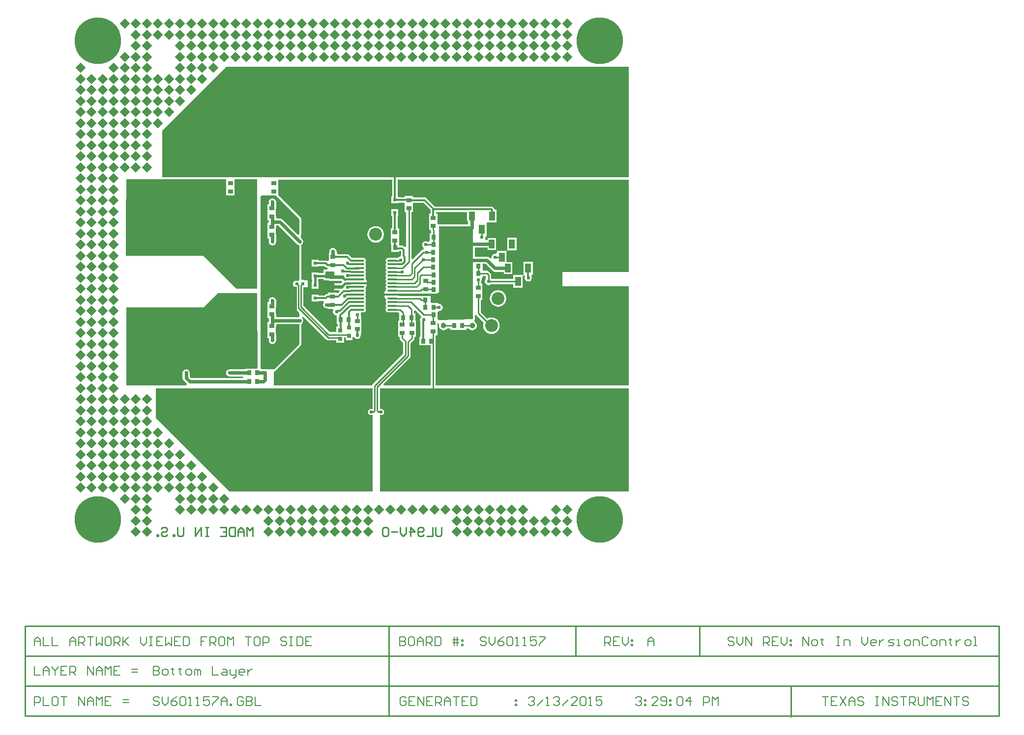
<source format=gbl>
%FSAX25Y25*%
%MOIN*%
G70*
G01*
G75*
G04 Layer_Physical_Order=6*
G04 Layer_Color=16711680*
%ADD10R,0.90000X0.25000*%
%ADD11R,0.07874X0.07874*%
%ADD12R,0.07480X0.17323*%
%ADD13R,0.02559X0.04724*%
%ADD14R,0.02756X0.01969*%
%ADD15R,0.18504X0.17716*%
%ADD16R,0.21654X0.27559*%
%ADD17C,0.03937*%
%ADD18R,0.07874X0.15748*%
%ADD19R,0.03937X0.44094*%
%ADD20R,0.03937X0.25984*%
%ADD21R,0.10630X0.05118*%
%ADD22R,0.06300X0.05000*%
%ADD23R,0.03740X0.03937*%
%ADD24R,0.04724X0.02559*%
%ADD25R,0.01969X0.02756*%
%ADD26R,0.17716X0.18504*%
%ADD27R,0.07874X0.07874*%
%ADD28P,0.07072X4X90.0*%
%ADD29C,0.02400*%
%ADD30C,0.01200*%
%ADD31C,0.01000*%
%ADD32C,0.00800*%
%ADD33C,0.31496*%
%ADD34C,0.08700*%
%ADD35C,0.47244*%
%ADD36C,0.01575*%
%ADD37C,0.02400*%
%ADD38C,0.03800*%
%ADD39C,0.00700*%
%ADD40R,0.03937X0.06299*%
%ADD41R,0.02362X0.02362*%
%ADD42R,0.12205X0.20394*%
%ADD43O,0.06693X0.01378*%
%ADD44R,0.03347X0.03150*%
%ADD45R,0.03000X0.03000*%
%ADD46R,0.03150X0.03347*%
%ADD47C,0.01600*%
G36*
X0197599Y0276483D02*
X0196895Y0275773D01*
X0189169D01*
Y0275347D01*
X0178700D01*
X0177764Y0275161D01*
X0176970Y0274630D01*
X0176439Y0273836D01*
X0176253Y0272900D01*
X0176439Y0271964D01*
X0176970Y0271170D01*
X0177764Y0270639D01*
X0178700Y0270453D01*
X0187676D01*
X0187996Y0269900D01*
X0187676Y0269347D01*
X0152714D01*
X0151647Y0270414D01*
Y0272900D01*
X0151461Y0273836D01*
X0150930Y0274630D01*
X0150136Y0275161D01*
X0149200Y0275347D01*
X0148264Y0275161D01*
X0147470Y0274630D01*
X0146939Y0273836D01*
X0146753Y0272900D01*
Y0269400D01*
X0146908Y0268619D01*
X0146939Y0268464D01*
X0147470Y0267670D01*
X0149739Y0265400D01*
X0149443Y0264491D01*
X0149373Y0264400D01*
X0108692D01*
Y0317400D01*
X0161192D01*
X0170692Y0326900D01*
X0197179D01*
X0197599Y0276483D01*
D02*
G37*
G36*
X0343700Y0309463D02*
X0320353Y0308789D01*
X0319719Y0309772D01*
Y0314128D01*
X0320352Y0314800D01*
X0320700Y0314953D01*
X0321636Y0315139D01*
X0322430Y0315670D01*
X0322961Y0316464D01*
X0323147Y0317400D01*
X0322961Y0318336D01*
X0322430Y0319130D01*
X0321636Y0319661D01*
X0320700Y0319847D01*
X0319731Y0320273D01*
Y0320273D01*
X0319731Y0320273D01*
X0315559D01*
X0314859Y0320987D01*
X0314961Y0326590D01*
X0319719D01*
Y0327396D01*
X0320700D01*
X0320700Y0372400D01*
X0343700D01*
Y0309463D01*
D02*
G37*
G36*
X0449200Y0341400D02*
X0404200D01*
Y0331836D01*
X0404431D01*
Y0331773D01*
X0449200D01*
Y0264400D01*
X0318433D01*
Y0294400D01*
Y0298369D01*
X0319573D01*
Y0303881D01*
Y0306342D01*
X0320324Y0306826D01*
X0320728Y0305826D01*
X0320680Y0305709D01*
X0320573Y0304900D01*
X0320680Y0304091D01*
X0320992Y0303337D01*
X0321489Y0302689D01*
X0322137Y0302192D01*
X0322891Y0301880D01*
X0323700Y0301773D01*
X0324509Y0301880D01*
X0325263Y0302192D01*
X0325911Y0302689D01*
X0326277Y0303167D01*
X0328169D01*
Y0302027D01*
X0339231D01*
Y0303167D01*
X0340622D01*
X0340989Y0302689D01*
X0341637Y0302192D01*
X0342391Y0301880D01*
X0343200Y0301773D01*
X0344009Y0301880D01*
X0344763Y0302192D01*
X0345411Y0302689D01*
X0345908Y0303337D01*
X0346220Y0304091D01*
X0346327Y0304900D01*
X0346220Y0305709D01*
X0345908Y0306463D01*
X0345411Y0307111D01*
X0344823Y0307562D01*
X0344752Y0307657D01*
X0344621Y0308317D01*
X0344659Y0308734D01*
X0344707Y0308811D01*
X0344830Y0308995D01*
X0344834Y0309012D01*
X0344843Y0309028D01*
X0344880Y0309246D01*
X0344923Y0309463D01*
Y0311947D01*
X0345923Y0312250D01*
X0345974Y0312174D01*
X0351088Y0307061D01*
X0350793Y0306349D01*
X0350602Y0304900D01*
X0350793Y0303451D01*
X0351352Y0302101D01*
X0352242Y0300942D01*
X0353401Y0300052D01*
X0354751Y0299493D01*
X0356200Y0299302D01*
X0357649Y0299493D01*
X0358999Y0300052D01*
X0360158Y0300942D01*
X0361048Y0302101D01*
X0361607Y0303451D01*
X0361798Y0304900D01*
X0361607Y0306349D01*
X0361048Y0307699D01*
X0360158Y0308858D01*
X0358999Y0309748D01*
X0357649Y0310307D01*
X0356200Y0310498D01*
X0354751Y0310307D01*
X0353401Y0309748D01*
X0353346Y0309705D01*
X0348933Y0314118D01*
Y0322369D01*
X0350073D01*
Y0327881D01*
Y0333431D01*
X0349483D01*
X0349105Y0334431D01*
X0349461Y0334964D01*
X0349647Y0335900D01*
X0349510Y0336590D01*
X0350068Y0337590D01*
X0350231D01*
Y0338730D01*
X0352419D01*
X0352467Y0338682D01*
Y0336626D01*
X0351939Y0335836D01*
X0351753Y0334900D01*
X0351939Y0333964D01*
X0352470Y0333170D01*
X0353264Y0332639D01*
X0354200Y0332453D01*
X0355136Y0332639D01*
X0355926Y0333167D01*
X0371031D01*
Y0330523D01*
X0377368D01*
Y0338299D01*
Y0338299D01*
X0377368Y0338471D01*
X0377376Y0338529D01*
X0377379Y0338552D01*
X0378271Y0339223D01*
X0378380Y0339198D01*
X0378939Y0338336D01*
X0378753Y0337400D01*
X0378939Y0336464D01*
X0379470Y0335670D01*
X0380264Y0335139D01*
X0381200Y0334953D01*
X0382136Y0335139D01*
X0382930Y0335670D01*
X0383461Y0336464D01*
X0383647Y0337400D01*
X0383461Y0338336D01*
X0383299Y0338578D01*
X0383834Y0339578D01*
X0384258D01*
Y0348277D01*
X0377921D01*
Y0340501D01*
Y0340318D01*
X0377921Y0340318D01*
Y0340329D01*
Y0340329D01*
X0377921Y0340331D01*
X0377916Y0340283D01*
X0377914Y0340271D01*
X0377863Y0339939D01*
X0377846Y0339888D01*
X0377747Y0339750D01*
X0377734Y0339731D01*
X0377722Y0339716D01*
X0377722Y0339716D01*
X0377633Y0339591D01*
X0377544Y0339468D01*
X0377497Y0339401D01*
X0377497Y0339401D01*
X0377487Y0339397D01*
X0377484Y0339395D01*
X0377484Y0339395D01*
X0377482Y0339395D01*
X0377342Y0339336D01*
X0377331Y0339332D01*
X0377244Y0339295D01*
X0376930Y0339234D01*
X0376890Y0339226D01*
X0376870Y0339222D01*
X0376870Y0339222D01*
X0376870D01*
X0376822Y0339222D01*
X0376551Y0339222D01*
X0376517D01*
X0371031D01*
Y0336633D01*
X0355933D01*
Y0339400D01*
X0355801Y0340063D01*
X0355426Y0340626D01*
X0355426Y0340626D01*
X0354363Y0341689D01*
X0353800Y0342064D01*
X0353137Y0342196D01*
X0350231D01*
Y0343336D01*
X0350231D01*
Y0346953D01*
X0352084D01*
X0356840Y0342197D01*
X0357634Y0341667D01*
X0358570Y0341480D01*
X0364700D01*
Y0339900D01*
X0370200D01*
Y0347900D01*
X0367076D01*
X0366369Y0348607D01*
Y0354799D01*
Y0354800D01*
X0366369Y0354971D01*
X0366376Y0355029D01*
X0366426Y0355361D01*
X0366444Y0355412D01*
X0366465Y0355442D01*
X0366499Y0355488D01*
X0366535Y0355539D01*
X0366557Y0355570D01*
X0366568Y0355585D01*
X0366670Y0355727D01*
X0366746Y0355833D01*
X0366793Y0355899D01*
X0366794Y0355900D01*
X0366803Y0355903D01*
X0366806Y0355905D01*
X0366806Y0355905D01*
X0366806D01*
X0366815Y0355908D01*
X0366948Y0355964D01*
X0366959Y0355968D01*
X0367002Y0355986D01*
X0367174Y0356030D01*
X0367400Y0356074D01*
X0367420Y0356078D01*
X0367420D01*
X0367467Y0356078D01*
X0367739Y0356078D01*
X0367773D01*
X0373258D01*
Y0364777D01*
X0366921D01*
Y0357001D01*
Y0357000D01*
X0366921Y0356829D01*
X0366914Y0356771D01*
X0366863Y0356439D01*
X0366846Y0356388D01*
X0366825Y0356358D01*
X0366791Y0356311D01*
X0366755Y0356261D01*
X0366733Y0356230D01*
X0366722Y0356215D01*
X0366620Y0356073D01*
X0366544Y0355967D01*
X0366496Y0355901D01*
X0366496Y0355901D01*
X0366487Y0355897D01*
X0366484Y0355895D01*
X0366484Y0355895D01*
X0366484D01*
X0366475Y0355892D01*
X0366342Y0355836D01*
X0366331Y0355832D01*
X0366288Y0355814D01*
X0366116Y0355770D01*
X0365890Y0355726D01*
X0365870Y0355722D01*
X0365870Y0355722D01*
X0365870D01*
X0365823Y0355722D01*
X0365551Y0355722D01*
X0365517D01*
X0360032D01*
Y0354508D01*
X0359032Y0353781D01*
X0358700Y0353847D01*
X0357764Y0353661D01*
X0356970Y0353130D01*
X0356439Y0352336D01*
X0356253Y0351400D01*
X0356323Y0351050D01*
X0355401Y0350557D01*
X0354828Y0351130D01*
X0354034Y0351661D01*
X0353879Y0351692D01*
X0353098Y0351847D01*
X0344923D01*
Y0357980D01*
X0353700D01*
Y0356400D01*
X0359200D01*
Y0364400D01*
X0353700D01*
Y0362875D01*
X0352436D01*
X0351901Y0363875D01*
X0351961Y0363964D01*
X0352147Y0364900D01*
X0352123Y0365023D01*
X0352869Y0366023D01*
X0352869D01*
Y0374307D01*
X0353293Y0374899D01*
X0353721Y0375078D01*
X0359758D01*
Y0383777D01*
X0358372D01*
X0358309Y0384096D01*
X0358285Y0384213D01*
X0357888Y0384808D01*
X0357433Y0385262D01*
X0356838Y0385660D01*
X0356721Y0385683D01*
X0356135Y0385800D01*
X0317896D01*
X0312242Y0391454D01*
X0311646Y0391851D01*
X0311530Y0391875D01*
X0310944Y0391991D01*
X0303073D01*
Y0392931D01*
X0297327D01*
Y0392182D01*
X0293081D01*
Y0392612D01*
X0292535D01*
Y0403900D01*
X0449200D01*
Y0341400D01*
D02*
G37*
G36*
X0275700Y0248400D02*
X0273700D01*
X0272700Y0247400D01*
Y0245400D01*
X0273700Y0244400D01*
X0275700D01*
Y0192400D01*
X0178700D01*
X0128700Y0242400D01*
Y0262400D01*
X0275700D01*
Y0248400D01*
D02*
G37*
G36*
X0449200Y0192400D02*
X0280700D01*
Y0244400D01*
X0282200D01*
X0283200Y0245400D01*
Y0247400D01*
X0282200Y0248400D01*
X0280700D01*
Y0262400D01*
X0449200D01*
Y0192400D01*
D02*
G37*
G36*
X0308377Y0311771D02*
X0308470Y0310630D01*
X0307939Y0309836D01*
X0307753Y0308900D01*
X0307939Y0307964D01*
X0308109Y0307710D01*
Y0297273D01*
X0307169D01*
Y0291527D01*
X0314967D01*
Y0264400D01*
X0283458D01*
X0283075Y0265324D01*
X0300926Y0283174D01*
X0300926Y0283174D01*
X0301301Y0283737D01*
X0301433Y0284400D01*
Y0293182D01*
X0303426Y0295174D01*
X0303801Y0295737D01*
X0303933Y0296400D01*
Y0297369D01*
X0305073D01*
Y0302881D01*
Y0308431D01*
X0304731D01*
Y0313273D01*
X0303689D01*
Y0315045D01*
X0304689Y0315459D01*
X0308377Y0311771D01*
D02*
G37*
G36*
X0288865Y0392612D02*
X0288319D01*
Y0387850D01*
X0293081D01*
Y0388512D01*
X0297327D01*
Y0387381D01*
Y0381869D01*
X0298467D01*
Y0358706D01*
X0297467Y0358292D01*
X0296998Y0358761D01*
X0296402Y0359159D01*
X0296286Y0359182D01*
X0295700Y0359298D01*
X0293731D01*
Y0360773D01*
X0293573D01*
Y0365444D01*
Y0370994D01*
X0292535D01*
Y0379188D01*
X0293081D01*
Y0383950D01*
X0288319D01*
Y0379188D01*
X0288865D01*
Y0370994D01*
X0287827D01*
Y0365444D01*
Y0359932D01*
X0288181D01*
Y0355027D01*
X0293731D01*
Y0355628D01*
X0294865D01*
Y0352885D01*
X0294700Y0351910D01*
X0293764Y0351724D01*
X0292970Y0351193D01*
X0292727Y0350830D01*
X0292384D01*
X0292315Y0350876D01*
X0291578Y0351023D01*
X0286263D01*
X0285526Y0350876D01*
X0284901Y0350459D01*
X0284484Y0349834D01*
X0284337Y0349097D01*
X0284484Y0348360D01*
X0284846Y0347817D01*
X0284484Y0347275D01*
X0284337Y0346538D01*
X0284484Y0345801D01*
X0284846Y0345258D01*
X0284484Y0344716D01*
X0284337Y0343979D01*
X0284484Y0343242D01*
X0284846Y0342699D01*
X0284484Y0342157D01*
X0284337Y0341420D01*
X0284484Y0340683D01*
X0284846Y0340140D01*
X0284484Y0339598D01*
X0284337Y0338861D01*
X0284484Y0338124D01*
X0284846Y0337581D01*
X0284484Y0337039D01*
X0284337Y0336302D01*
X0284484Y0335564D01*
X0284846Y0335022D01*
X0284484Y0334480D01*
X0284337Y0333742D01*
X0284484Y0333005D01*
X0284846Y0332463D01*
X0284484Y0331921D01*
X0284337Y0331184D01*
X0284484Y0330446D01*
X0284846Y0329904D01*
X0284484Y0329362D01*
X0284337Y0328624D01*
X0283743Y0327901D01*
X0282200D01*
X0281498Y0327761D01*
X0280902Y0327363D01*
X0280504Y0326768D01*
X0280365Y0326065D01*
X0280504Y0325363D01*
X0280902Y0324768D01*
X0281498Y0324370D01*
X0282200Y0324230D01*
X0283743D01*
X0284337Y0323506D01*
X0284484Y0322769D01*
X0284846Y0322227D01*
X0284484Y0321684D01*
X0284337Y0320947D01*
X0284484Y0320210D01*
X0284846Y0319668D01*
X0284484Y0319125D01*
X0284337Y0318388D01*
X0284484Y0317651D01*
X0284846Y0317109D01*
X0284484Y0316566D01*
X0284337Y0315829D01*
X0284484Y0315092D01*
X0284901Y0314467D01*
X0285526Y0314050D01*
X0286263Y0313903D01*
X0291578D01*
X0292315Y0314050D01*
X0292318Y0314051D01*
X0293016Y0313937D01*
X0293669Y0313273D01*
Y0313273D01*
X0293669Y0313273D01*
X0293669Y0313273D01*
Y0308431D01*
X0292827D01*
Y0302881D01*
Y0297369D01*
X0293967D01*
Y0296400D01*
X0294099Y0295737D01*
X0294474Y0295174D01*
X0296179Y0293469D01*
Y0285858D01*
X0275687Y0265366D01*
X0275311Y0264804D01*
X0275231Y0264400D01*
X0208700D01*
Y0273400D01*
X0226697Y0291398D01*
X0226923Y0291623D01*
Y0291727D01*
X0227060Y0291932D01*
X0227153Y0292400D01*
Y0305953D01*
X0227117Y0306135D01*
X0227136Y0306139D01*
X0227930Y0306670D01*
X0228461Y0307464D01*
X0228647Y0308400D01*
X0228461Y0309336D01*
X0227930Y0310130D01*
X0227681Y0310297D01*
X0227701Y0310505D01*
X0228743Y0310878D01*
X0244247Y0295374D01*
X0244809Y0294999D01*
X0245472Y0294867D01*
X0251000D01*
Y0293300D01*
X0256400D01*
Y0297083D01*
X0257440D01*
X0257501Y0295100D01*
X0261500D01*
X0262062Y0294538D01*
Y0297113D01*
X0262155Y0297150D01*
X0263062Y0297280D01*
X0263470Y0296670D01*
X0264264Y0296139D01*
X0265200Y0295953D01*
X0266136Y0296139D01*
X0266930Y0296670D01*
X0267461Y0297464D01*
X0267647Y0298400D01*
X0267554Y0298869D01*
X0268073Y0299869D01*
X0268073D01*
X0268073Y0299869D01*
Y0305381D01*
Y0310931D01*
X0268073Y0310931D01*
X0268073D01*
X0267596Y0311931D01*
X0267647Y0312187D01*
X0267505Y0312903D01*
X0268051Y0313903D01*
X0269137D01*
X0269874Y0314050D01*
X0270499Y0314467D01*
X0270916Y0315092D01*
X0271063Y0315829D01*
X0270916Y0316566D01*
X0270554Y0317109D01*
X0270916Y0317651D01*
X0271063Y0318388D01*
X0270916Y0319125D01*
X0270554Y0319668D01*
X0270916Y0320210D01*
X0271063Y0320947D01*
X0270916Y0321684D01*
X0270554Y0322227D01*
X0270916Y0322769D01*
X0271063Y0323506D01*
X0270916Y0324243D01*
X0270554Y0324786D01*
X0270916Y0325328D01*
X0271063Y0326065D01*
X0270916Y0326802D01*
X0270554Y0327345D01*
X0270916Y0327887D01*
X0271063Y0328624D01*
X0270916Y0329362D01*
X0270554Y0329904D01*
X0270916Y0330446D01*
X0271063Y0331183D01*
X0271657Y0331907D01*
X0276420D01*
X0277123Y0332047D01*
X0277718Y0332445D01*
X0278116Y0333040D01*
X0278256Y0333742D01*
X0278116Y0334445D01*
X0277718Y0335040D01*
X0277123Y0335438D01*
X0276420Y0335578D01*
X0271657D01*
X0271063Y0336302D01*
X0270916Y0337039D01*
X0270554Y0337581D01*
X0270916Y0338124D01*
X0271063Y0338861D01*
X0270916Y0339598D01*
X0270554Y0340140D01*
X0270916Y0340683D01*
X0271063Y0341420D01*
X0270916Y0342157D01*
X0270554Y0342699D01*
X0270916Y0343242D01*
X0271063Y0343979D01*
X0270916Y0344716D01*
X0270554Y0345258D01*
X0270916Y0345801D01*
X0271063Y0346538D01*
X0270916Y0347275D01*
X0270554Y0347817D01*
X0270916Y0348360D01*
X0271063Y0349097D01*
X0270916Y0349834D01*
X0270499Y0350459D01*
X0269874Y0350876D01*
X0269137Y0351023D01*
X0263822D01*
X0263366Y0350932D01*
X0261763D01*
X0259742Y0352954D01*
X0259146Y0353351D01*
X0259030Y0353375D01*
X0258444Y0353491D01*
X0251573D01*
Y0354431D01*
X0251147D01*
Y0355400D01*
X0250961Y0356336D01*
X0250430Y0357130D01*
X0249636Y0357661D01*
X0248700Y0357847D01*
X0247764Y0357661D01*
X0246970Y0357130D01*
X0246439Y0356336D01*
X0246253Y0355400D01*
Y0354431D01*
X0245827D01*
Y0349255D01*
X0245737Y0349156D01*
X0245038Y0348782D01*
X0244827Y0348756D01*
X0244572Y0348926D01*
X0244455Y0348949D01*
X0243869Y0349066D01*
X0239081D01*
Y0349612D01*
X0234319D01*
Y0344850D01*
X0239081D01*
Y0345395D01*
X0243109D01*
X0243658Y0344846D01*
X0244056Y0344581D01*
X0244254Y0344448D01*
X0244956Y0344309D01*
X0245120D01*
X0245203Y0344225D01*
X0245048Y0343420D01*
X0244675Y0343100D01*
X0242350D01*
Y0340609D01*
X0239081D01*
Y0340950D01*
X0234319D01*
Y0336188D01*
X0234661D01*
Y0334612D01*
X0234319D01*
Y0329850D01*
X0239081D01*
Y0334612D01*
X0238739D01*
Y0336188D01*
X0239081D01*
Y0336530D01*
X0242350D01*
Y0335700D01*
X0245540D01*
X0245543Y0335698D01*
X0245698Y0335667D01*
X0246480Y0335512D01*
X0251903D01*
X0252200Y0335453D01*
X0252497Y0335512D01*
X0254514D01*
X0254816Y0335068D01*
Y0334618D01*
X0254045Y0333847D01*
X0246700D01*
X0245764Y0333661D01*
X0244970Y0333130D01*
X0244439Y0332336D01*
X0244253Y0331400D01*
X0244439Y0330464D01*
X0244970Y0329670D01*
X0245764Y0329139D01*
X0246700Y0328953D01*
X0252851D01*
X0253234Y0328029D01*
X0252073Y0326869D01*
X0251073Y0327283D01*
Y0327431D01*
X0245327D01*
Y0326491D01*
X0244956D01*
X0244370Y0326375D01*
X0244254Y0326351D01*
X0243658Y0325954D01*
X0243109Y0325405D01*
X0239081D01*
Y0325950D01*
X0234319D01*
Y0321188D01*
X0239081D01*
Y0321734D01*
X0242200D01*
X0242460Y0321299D01*
X0242620Y0320734D01*
X0242183Y0320080D01*
X0241997Y0319144D01*
X0242183Y0318208D01*
X0242714Y0317414D01*
X0243508Y0316883D01*
X0244444Y0316697D01*
X0245327D01*
Y0316369D01*
X0248427D01*
X0248961Y0315369D01*
X0248939Y0315336D01*
X0248753Y0314400D01*
X0248939Y0313464D01*
X0249470Y0312670D01*
X0250264Y0312139D01*
X0250317Y0312129D01*
X0251169Y0311773D01*
Y0306027D01*
X0252109D01*
Y0304300D01*
X0251000D01*
Y0300550D01*
X0246501D01*
X0228721Y0318331D01*
Y0330852D01*
X0229434D01*
X0229481Y0330900D01*
X0231769D01*
Y0335800D01*
X0229465D01*
X0229413Y0335852D01*
X0228032D01*
X0227153Y0336305D01*
Y0359507D01*
X0227130Y0359625D01*
Y0359638D01*
X0227136Y0359639D01*
X0227930Y0360170D01*
X0228461Y0360964D01*
X0228647Y0361900D01*
X0228492Y0362681D01*
X0228461Y0362836D01*
X0227930Y0363630D01*
X0226923Y0364637D01*
Y0366264D01*
X0226954Y0366310D01*
X0227060Y0366469D01*
X0227153Y0366937D01*
Y0377400D01*
X0227060Y0377868D01*
X0226923Y0378073D01*
Y0378176D01*
X0211573Y0393527D01*
Y0398881D01*
Y0403900D01*
X0288865D01*
Y0392612D01*
D02*
G37*
G36*
X0339700Y0375900D02*
X0340363D01*
Y0373623D01*
X0320700D01*
X0320573Y0373598D01*
X0319738Y0374102D01*
X0319573Y0374293D01*
Y0375381D01*
Y0380931D01*
X0318535D01*
Y0382129D01*
X0339700D01*
Y0375900D01*
D02*
G37*
G36*
X0197200Y0329900D02*
X0183200D01*
X0160700Y0352400D01*
X0108424D01*
Y0376786D01*
X0108700Y0404400D01*
X0176327D01*
Y0398881D01*
Y0393369D01*
X0182073D01*
Y0398881D01*
Y0404400D01*
X0197200D01*
Y0329900D01*
D02*
G37*
G36*
X0449439Y0405836D02*
X0133049D01*
Y0437447D01*
X0176439Y0480836D01*
X0449439D01*
Y0405836D01*
D02*
G37*
G36*
X0205827Y0393400D02*
Y0393369D01*
X0209961D01*
X0225930Y0377400D01*
Y0366937D01*
X0225006Y0366555D01*
X0214430Y0377130D01*
X0213636Y0377661D01*
X0213481Y0377692D01*
X0212700Y0377847D01*
X0210147D01*
Y0379144D01*
X0210073Y0379515D01*
Y0381881D01*
Y0384285D01*
X0210147Y0384656D01*
Y0388900D01*
X0209961Y0389836D01*
X0209430Y0390630D01*
X0208636Y0391161D01*
X0207700Y0391347D01*
X0206764Y0391161D01*
X0205970Y0390630D01*
X0205439Y0389836D01*
X0205253Y0388900D01*
Y0387431D01*
X0204327D01*
Y0381881D01*
Y0376369D01*
X0205253D01*
Y0375400D01*
Y0374931D01*
X0204327D01*
Y0369381D01*
Y0363869D01*
X0205253D01*
Y0361955D01*
X0205439Y0361019D01*
X0205970Y0360225D01*
X0206003Y0360203D01*
X0206025Y0360170D01*
X0206819Y0359639D01*
X0207755Y0359453D01*
X0208692Y0359639D01*
X0209485Y0360170D01*
X0210016Y0360964D01*
X0210202Y0361900D01*
X0210147Y0362177D01*
Y0366644D01*
X0210073Y0367015D01*
Y0369381D01*
Y0371785D01*
X0210147Y0372156D01*
Y0372953D01*
X0211686D01*
X0224470Y0360170D01*
X0225264Y0359639D01*
X0225419Y0359608D01*
X0225930Y0359507D01*
Y0336305D01*
X0225700Y0335400D01*
X0222700D01*
X0221700Y0334400D01*
Y0332400D01*
X0222700Y0331400D01*
X0224200D01*
Y0315400D01*
X0225700Y0313900D01*
Y0313900D01*
X0225930Y0312995D01*
Y0310847D01*
X0210147D01*
Y0312644D01*
X0210073Y0313015D01*
Y0315381D01*
Y0317785D01*
X0210147Y0318156D01*
Y0321900D01*
X0209961Y0322836D01*
X0209430Y0323630D01*
X0208636Y0324161D01*
X0207700Y0324347D01*
X0206764Y0324161D01*
X0205970Y0323630D01*
X0205439Y0322836D01*
X0205253Y0321900D01*
Y0320931D01*
X0204327D01*
Y0315381D01*
Y0309869D01*
X0205253D01*
Y0307431D01*
X0204327D01*
Y0301881D01*
Y0296369D01*
X0205253D01*
Y0294900D01*
X0205439Y0293964D01*
X0205970Y0293170D01*
X0206764Y0292639D01*
X0207700Y0292453D01*
X0208636Y0292639D01*
X0209430Y0293170D01*
X0209961Y0293964D01*
X0210147Y0294900D01*
Y0299144D01*
X0210073Y0299515D01*
Y0301881D01*
Y0304285D01*
X0210147Y0304656D01*
Y0305953D01*
X0225930D01*
Y0292400D01*
X0208930Y0275400D01*
X0200231Y0275400D01*
Y0275773D01*
X0199700D01*
Y0392693D01*
X0200407Y0393400D01*
X0205827Y0393400D01*
D02*
G37*
G36*
X0314865Y0383640D02*
Y0380931D01*
X0313827D01*
Y0375381D01*
Y0369869D01*
X0314973D01*
X0315099Y0369237D01*
X0315211Y0369069D01*
Y0367773D01*
X0314169D01*
Y0362184D01*
X0313662Y0361914D01*
X0313169Y0361805D01*
X0312636Y0362161D01*
X0311700Y0362347D01*
X0310764Y0362161D01*
X0309970Y0361630D01*
X0309439Y0360836D01*
X0309253Y0359900D01*
X0309439Y0358964D01*
X0309970Y0358170D01*
X0310055Y0358113D01*
X0310280Y0356875D01*
X0309991Y0356476D01*
X0309980D01*
X0309316Y0356344D01*
X0308754Y0355968D01*
X0302857Y0350071D01*
X0301933Y0350454D01*
Y0381869D01*
X0303073D01*
Y0387381D01*
Y0388321D01*
X0310184D01*
X0314865Y0383640D01*
D02*
G37*
%LPC*%
G36*
X0277700Y0372498D02*
X0276251Y0372307D01*
X0274901Y0371748D01*
X0273742Y0370858D01*
X0272852Y0369699D01*
X0272293Y0368349D01*
X0272102Y0366900D01*
X0272293Y0365451D01*
X0272852Y0364101D01*
X0273742Y0362942D01*
X0274901Y0362052D01*
X0276251Y0361493D01*
X0277700Y0361302D01*
X0279149Y0361493D01*
X0280499Y0362052D01*
X0281658Y0362942D01*
X0282548Y0364101D01*
X0283107Y0365451D01*
X0283298Y0366900D01*
X0283107Y0368349D01*
X0282548Y0369699D01*
X0281658Y0370858D01*
X0280499Y0371748D01*
X0279149Y0372307D01*
X0277700Y0372498D01*
D02*
G37*
G36*
X0360700Y0328998D02*
X0359251Y0328807D01*
X0357901Y0328248D01*
X0356742Y0327358D01*
X0355852Y0326199D01*
X0355293Y0324849D01*
X0355102Y0323400D01*
X0355293Y0321951D01*
X0355852Y0320601D01*
X0356742Y0319442D01*
X0357901Y0318552D01*
X0359251Y0317993D01*
X0360700Y0317802D01*
X0362149Y0317993D01*
X0363499Y0318552D01*
X0364658Y0319442D01*
X0365548Y0320601D01*
X0366107Y0321951D01*
X0366298Y0323400D01*
X0366107Y0324849D01*
X0365548Y0326199D01*
X0364658Y0327358D01*
X0363499Y0328248D01*
X0362149Y0328807D01*
X0360700Y0328998D01*
D02*
G37*
%LPD*%
G54D21*
X0217385Y0258691D02*
D03*
Y0270109D02*
D03*
X0231385Y0258691D02*
D03*
Y0270109D02*
D03*
G54D22*
X0246700Y0331400D02*
D03*
Y0339400D02*
D03*
G54D28*
X0077500Y0195000D02*
D03*
Y0202500D02*
D03*
Y0210000D02*
D03*
Y0217500D02*
D03*
Y0225000D02*
D03*
Y0232500D02*
D03*
Y0240000D02*
D03*
Y0247500D02*
D03*
Y0255000D02*
D03*
Y0262500D02*
D03*
Y0270000D02*
D03*
Y0277500D02*
D03*
Y0285000D02*
D03*
Y0292500D02*
D03*
Y0300000D02*
D03*
Y0307500D02*
D03*
Y0315000D02*
D03*
Y0322500D02*
D03*
Y0330000D02*
D03*
Y0337500D02*
D03*
Y0345000D02*
D03*
Y0352500D02*
D03*
Y0360000D02*
D03*
Y0367500D02*
D03*
Y0375000D02*
D03*
Y0382500D02*
D03*
Y0390000D02*
D03*
Y0397500D02*
D03*
Y0405000D02*
D03*
Y0412500D02*
D03*
Y0420000D02*
D03*
Y0427500D02*
D03*
Y0435000D02*
D03*
Y0442500D02*
D03*
Y0450000D02*
D03*
Y0457500D02*
D03*
Y0465000D02*
D03*
Y0472500D02*
D03*
Y0480000D02*
D03*
X0085000Y0195000D02*
D03*
Y0202500D02*
D03*
Y0210000D02*
D03*
Y0217500D02*
D03*
Y0225000D02*
D03*
Y0232500D02*
D03*
Y0240000D02*
D03*
Y0247500D02*
D03*
Y0255000D02*
D03*
Y0262500D02*
D03*
Y0270000D02*
D03*
Y0277500D02*
D03*
Y0285000D02*
D03*
Y0292500D02*
D03*
Y0300000D02*
D03*
Y0307500D02*
D03*
Y0315000D02*
D03*
Y0322500D02*
D03*
Y0330000D02*
D03*
Y0337500D02*
D03*
Y0345000D02*
D03*
Y0352500D02*
D03*
Y0360000D02*
D03*
Y0367500D02*
D03*
Y0375000D02*
D03*
Y0382500D02*
D03*
Y0390000D02*
D03*
Y0397500D02*
D03*
Y0405000D02*
D03*
Y0412500D02*
D03*
Y0420000D02*
D03*
Y0427500D02*
D03*
Y0435000D02*
D03*
Y0442500D02*
D03*
Y0450000D02*
D03*
Y0457500D02*
D03*
Y0465000D02*
D03*
Y0472500D02*
D03*
X0092500Y0195000D02*
D03*
Y0202500D02*
D03*
Y0210000D02*
D03*
Y0217500D02*
D03*
Y0225000D02*
D03*
Y0232500D02*
D03*
Y0240000D02*
D03*
Y0247500D02*
D03*
Y0255000D02*
D03*
Y0262500D02*
D03*
Y0270000D02*
D03*
Y0277500D02*
D03*
Y0285000D02*
D03*
Y0292500D02*
D03*
Y0300000D02*
D03*
Y0307500D02*
D03*
Y0315000D02*
D03*
Y0322500D02*
D03*
Y0330000D02*
D03*
Y0337500D02*
D03*
Y0345000D02*
D03*
Y0352500D02*
D03*
Y0360000D02*
D03*
Y0367500D02*
D03*
Y0375000D02*
D03*
Y0382500D02*
D03*
Y0390000D02*
D03*
Y0397500D02*
D03*
Y0405000D02*
D03*
Y0412500D02*
D03*
Y0420000D02*
D03*
Y0427500D02*
D03*
Y0435000D02*
D03*
Y0442500D02*
D03*
Y0450000D02*
D03*
Y0457500D02*
D03*
Y0465000D02*
D03*
Y0472500D02*
D03*
X0100000Y0195000D02*
D03*
Y0202500D02*
D03*
Y0210000D02*
D03*
Y0217500D02*
D03*
Y0225000D02*
D03*
Y0232500D02*
D03*
Y0240000D02*
D03*
Y0247500D02*
D03*
Y0255000D02*
D03*
Y0262500D02*
D03*
Y0270000D02*
D03*
Y0277500D02*
D03*
Y0285000D02*
D03*
Y0292500D02*
D03*
Y0300000D02*
D03*
Y0307500D02*
D03*
Y0315000D02*
D03*
Y0322500D02*
D03*
Y0330000D02*
D03*
Y0337500D02*
D03*
Y0345000D02*
D03*
Y0352500D02*
D03*
Y0360000D02*
D03*
Y0367500D02*
D03*
Y0375000D02*
D03*
Y0382500D02*
D03*
Y0390000D02*
D03*
Y0397500D02*
D03*
Y0405000D02*
D03*
Y0412500D02*
D03*
Y0420000D02*
D03*
Y0427500D02*
D03*
Y0435000D02*
D03*
Y0442500D02*
D03*
Y0450000D02*
D03*
Y0457500D02*
D03*
Y0465000D02*
D03*
Y0472500D02*
D03*
Y0480000D02*
D03*
X0107500Y0187500D02*
D03*
Y0195000D02*
D03*
Y0202500D02*
D03*
Y0210000D02*
D03*
Y0217500D02*
D03*
Y0225000D02*
D03*
Y0232500D02*
D03*
Y0240000D02*
D03*
Y0247500D02*
D03*
Y0255000D02*
D03*
Y0412500D02*
D03*
Y0420000D02*
D03*
Y0427500D02*
D03*
Y0435000D02*
D03*
Y0442500D02*
D03*
Y0450000D02*
D03*
Y0457500D02*
D03*
Y0465000D02*
D03*
Y0472500D02*
D03*
Y0480000D02*
D03*
Y0487500D02*
D03*
Y0510000D02*
D03*
X0115000Y0165000D02*
D03*
Y0172500D02*
D03*
Y0180000D02*
D03*
Y0187500D02*
D03*
Y0195000D02*
D03*
Y0202500D02*
D03*
Y0210000D02*
D03*
Y0217500D02*
D03*
Y0225000D02*
D03*
Y0232500D02*
D03*
Y0240000D02*
D03*
Y0247500D02*
D03*
Y0255000D02*
D03*
Y0412500D02*
D03*
Y0420000D02*
D03*
Y0427500D02*
D03*
Y0435000D02*
D03*
Y0442500D02*
D03*
Y0450000D02*
D03*
Y0457500D02*
D03*
Y0465000D02*
D03*
Y0472500D02*
D03*
Y0480000D02*
D03*
Y0487500D02*
D03*
Y0495000D02*
D03*
Y0502500D02*
D03*
Y0510000D02*
D03*
X0122500Y0165000D02*
D03*
Y0172500D02*
D03*
Y0180000D02*
D03*
Y0187500D02*
D03*
Y0195000D02*
D03*
Y0202500D02*
D03*
Y0210000D02*
D03*
Y0217500D02*
D03*
Y0225000D02*
D03*
Y0232500D02*
D03*
Y0240000D02*
D03*
Y0247500D02*
D03*
Y0255000D02*
D03*
Y0412500D02*
D03*
Y0420000D02*
D03*
Y0427500D02*
D03*
Y0435000D02*
D03*
Y0442500D02*
D03*
Y0450000D02*
D03*
Y0457500D02*
D03*
Y0465000D02*
D03*
Y0472500D02*
D03*
Y0480000D02*
D03*
Y0487500D02*
D03*
Y0495000D02*
D03*
Y0502500D02*
D03*
Y0510000D02*
D03*
X0130000Y0195000D02*
D03*
Y0202500D02*
D03*
Y0210000D02*
D03*
Y0217500D02*
D03*
Y0225000D02*
D03*
Y0232500D02*
D03*
Y0442500D02*
D03*
Y0450000D02*
D03*
Y0457500D02*
D03*
Y0465000D02*
D03*
Y0472500D02*
D03*
Y0502500D02*
D03*
Y0510000D02*
D03*
X0137500Y0195000D02*
D03*
Y0202500D02*
D03*
Y0210000D02*
D03*
Y0217500D02*
D03*
Y0225000D02*
D03*
Y0450000D02*
D03*
Y0457500D02*
D03*
Y0465000D02*
D03*
Y0472500D02*
D03*
Y0502500D02*
D03*
Y0510000D02*
D03*
X0145000Y0180000D02*
D03*
Y0187500D02*
D03*
Y0195000D02*
D03*
Y0202500D02*
D03*
Y0210000D02*
D03*
Y0217500D02*
D03*
Y0457500D02*
D03*
Y0465000D02*
D03*
Y0472500D02*
D03*
Y0480000D02*
D03*
Y0487500D02*
D03*
Y0495000D02*
D03*
Y0502500D02*
D03*
Y0510000D02*
D03*
X0152500Y0180000D02*
D03*
Y0187500D02*
D03*
Y0195000D02*
D03*
Y0202500D02*
D03*
Y0210000D02*
D03*
Y0465000D02*
D03*
Y0472500D02*
D03*
Y0480000D02*
D03*
Y0487500D02*
D03*
Y0495000D02*
D03*
Y0502500D02*
D03*
Y0510000D02*
D03*
X0160000Y0180000D02*
D03*
Y0187500D02*
D03*
Y0195000D02*
D03*
Y0202500D02*
D03*
Y0472500D02*
D03*
Y0480000D02*
D03*
Y0487500D02*
D03*
Y0495000D02*
D03*
Y0502500D02*
D03*
Y0510000D02*
D03*
X0167500Y0180000D02*
D03*
Y0187500D02*
D03*
Y0195000D02*
D03*
Y0480000D02*
D03*
Y0487500D02*
D03*
Y0495000D02*
D03*
Y0502500D02*
D03*
Y0510000D02*
D03*
X0175000Y0180000D02*
D03*
Y0187500D02*
D03*
Y0487500D02*
D03*
Y0495000D02*
D03*
Y0502500D02*
D03*
Y0510000D02*
D03*
X0182500Y0180000D02*
D03*
Y0487500D02*
D03*
Y0495000D02*
D03*
Y0502500D02*
D03*
Y0510000D02*
D03*
X0190000Y0180000D02*
D03*
Y0487500D02*
D03*
Y0495000D02*
D03*
Y0502500D02*
D03*
Y0510000D02*
D03*
X0197500Y0180000D02*
D03*
Y0487500D02*
D03*
Y0495000D02*
D03*
Y0502500D02*
D03*
Y0510000D02*
D03*
X0205000Y0165000D02*
D03*
Y0172500D02*
D03*
Y0180000D02*
D03*
Y0487500D02*
D03*
Y0495000D02*
D03*
Y0502500D02*
D03*
Y0510000D02*
D03*
X0212500Y0165000D02*
D03*
Y0172500D02*
D03*
Y0180000D02*
D03*
Y0487500D02*
D03*
Y0495000D02*
D03*
Y0502500D02*
D03*
Y0510000D02*
D03*
X0220000Y0165000D02*
D03*
Y0172500D02*
D03*
Y0180000D02*
D03*
Y0487500D02*
D03*
Y0495000D02*
D03*
Y0502500D02*
D03*
Y0510000D02*
D03*
X0227500Y0165000D02*
D03*
Y0172500D02*
D03*
Y0180000D02*
D03*
Y0487500D02*
D03*
Y0495000D02*
D03*
Y0502500D02*
D03*
Y0510000D02*
D03*
X0235000Y0165000D02*
D03*
Y0172500D02*
D03*
Y0180000D02*
D03*
Y0487500D02*
D03*
Y0495000D02*
D03*
Y0502500D02*
D03*
Y0510000D02*
D03*
X0242500Y0165000D02*
D03*
Y0172500D02*
D03*
Y0180000D02*
D03*
Y0487500D02*
D03*
Y0495000D02*
D03*
Y0502500D02*
D03*
Y0510000D02*
D03*
X0250000Y0165000D02*
D03*
Y0172500D02*
D03*
Y0180000D02*
D03*
Y0487500D02*
D03*
Y0495000D02*
D03*
Y0502500D02*
D03*
Y0510000D02*
D03*
X0257500Y0165000D02*
D03*
Y0172500D02*
D03*
Y0180000D02*
D03*
Y0487500D02*
D03*
Y0495000D02*
D03*
Y0502500D02*
D03*
Y0510000D02*
D03*
X0265000Y0165000D02*
D03*
Y0172500D02*
D03*
Y0180000D02*
D03*
Y0487500D02*
D03*
Y0495000D02*
D03*
Y0502500D02*
D03*
Y0510000D02*
D03*
X0272500Y0165000D02*
D03*
Y0172500D02*
D03*
Y0180000D02*
D03*
Y0487500D02*
D03*
Y0495000D02*
D03*
Y0502500D02*
D03*
Y0510000D02*
D03*
X0280000Y0180000D02*
D03*
Y0487500D02*
D03*
Y0495000D02*
D03*
Y0502500D02*
D03*
Y0510000D02*
D03*
X0287500Y0180000D02*
D03*
Y0487500D02*
D03*
Y0495000D02*
D03*
Y0502500D02*
D03*
Y0510000D02*
D03*
X0295000Y0180000D02*
D03*
Y0487500D02*
D03*
Y0495000D02*
D03*
Y0502500D02*
D03*
Y0510000D02*
D03*
X0302500Y0180000D02*
D03*
Y0487500D02*
D03*
Y0495000D02*
D03*
Y0502500D02*
D03*
Y0510000D02*
D03*
X0310000Y0180000D02*
D03*
Y0487500D02*
D03*
Y0495000D02*
D03*
Y0502500D02*
D03*
Y0510000D02*
D03*
X0317500Y0180000D02*
D03*
Y0487500D02*
D03*
Y0495000D02*
D03*
Y0502500D02*
D03*
Y0510000D02*
D03*
X0325000Y0180000D02*
D03*
Y0487500D02*
D03*
Y0495000D02*
D03*
Y0502500D02*
D03*
Y0510000D02*
D03*
X0332500Y0165000D02*
D03*
Y0172500D02*
D03*
Y0180000D02*
D03*
Y0487500D02*
D03*
Y0495000D02*
D03*
Y0502500D02*
D03*
Y0510000D02*
D03*
X0340000Y0165000D02*
D03*
Y0172500D02*
D03*
Y0180000D02*
D03*
Y0487500D02*
D03*
Y0495000D02*
D03*
Y0502500D02*
D03*
Y0510000D02*
D03*
X0347500Y0165000D02*
D03*
Y0172500D02*
D03*
Y0180000D02*
D03*
Y0487500D02*
D03*
Y0495000D02*
D03*
Y0502500D02*
D03*
Y0510000D02*
D03*
X0355000Y0165000D02*
D03*
Y0172500D02*
D03*
Y0180000D02*
D03*
Y0487500D02*
D03*
Y0495000D02*
D03*
Y0502500D02*
D03*
Y0510000D02*
D03*
X0362500Y0165000D02*
D03*
Y0172500D02*
D03*
Y0180000D02*
D03*
Y0487500D02*
D03*
Y0495000D02*
D03*
Y0502500D02*
D03*
Y0510000D02*
D03*
X0370000Y0165000D02*
D03*
Y0172500D02*
D03*
Y0180000D02*
D03*
Y0487500D02*
D03*
Y0495000D02*
D03*
Y0502500D02*
D03*
Y0510000D02*
D03*
X0377500Y0165000D02*
D03*
Y0172500D02*
D03*
Y0180000D02*
D03*
Y0487500D02*
D03*
Y0495000D02*
D03*
Y0502500D02*
D03*
Y0510000D02*
D03*
X0385000Y0165000D02*
D03*
Y0172500D02*
D03*
Y0487500D02*
D03*
Y0495000D02*
D03*
Y0502500D02*
D03*
Y0510000D02*
D03*
X0392500Y0165000D02*
D03*
Y0172500D02*
D03*
Y0487500D02*
D03*
Y0495000D02*
D03*
Y0502500D02*
D03*
Y0510000D02*
D03*
X0400000Y0165000D02*
D03*
Y0172500D02*
D03*
Y0180000D02*
D03*
Y0487500D02*
D03*
Y0495000D02*
D03*
Y0502500D02*
D03*
Y0510000D02*
D03*
X0407500Y0165000D02*
D03*
Y0172500D02*
D03*
Y0180000D02*
D03*
Y0487500D02*
D03*
Y0495000D02*
D03*
Y0502500D02*
D03*
Y0510000D02*
D03*
G54D29*
X0207700Y0308400D02*
Y0312644D01*
Y0304656D02*
Y0308400D01*
X0246480Y0337959D02*
X0255141D01*
X0245869Y0338569D02*
X0246480Y0337959D01*
X0207700Y0375400D02*
Y0379144D01*
Y0372156D02*
Y0375400D01*
Y0361955D02*
Y0366644D01*
Y0384656D02*
Y0388900D01*
Y0294900D02*
Y0299144D01*
Y0318156D02*
Y0321900D01*
X0248700Y0351656D02*
Y0355400D01*
X0212700Y0375400D02*
X0226200Y0361900D01*
X0207700Y0375400D02*
X0212700D01*
X0244444Y0319144D02*
X0248200D01*
X0197456Y0266900D02*
X0201700D01*
X0202708Y0267908D01*
Y0272900D01*
X0197456D02*
X0202708D01*
X0178700D02*
X0191944D01*
X0151700Y0266900D02*
X0191944D01*
X0149200Y0269400D02*
X0151700Y0266900D01*
X0149200Y0269400D02*
Y0272900D01*
X0207700Y0308400D02*
X0226200D01*
X0342672Y0360428D02*
X0356310D01*
X0342200Y0360900D02*
X0342672Y0360428D01*
X0342810Y0371510D02*
Y0379428D01*
X0358570Y0343928D02*
X0367310D01*
X0353098Y0349400D02*
X0358570Y0343928D01*
X0342200Y0349400D02*
X0353098D01*
X0246700Y0331400D02*
X0253700D01*
X0254700D01*
G54D30*
X0290700Y0357707D02*
Y0362707D01*
Y0357463D02*
X0295700D01*
X0259700Y0304156D02*
Y0314400D01*
X0253700Y0308144D02*
Y0311900D01*
X0255275Y0341825D02*
X0260700D01*
X0258287Y0343813D02*
X0266313D01*
X0255956Y0346144D02*
X0258287Y0343813D01*
X0309944Y0308644D02*
X0310200Y0308900D01*
X0309944Y0294400D02*
Y0308644D01*
X0244956Y0346144D02*
X0248700D01*
X0243869Y0347231D02*
X0244956Y0346144D01*
X0236700Y0347231D02*
X0243869D01*
X0244956Y0324656D02*
X0248200D01*
X0243869Y0323569D02*
X0244956Y0324656D01*
X0236700Y0323569D02*
X0243869D01*
X0288920Y0326065D02*
X0293700D01*
X0288920Y0346538D02*
X0295775D01*
X0296700Y0352380D02*
X0297287Y0351793D01*
X0296700Y0352380D02*
Y0356463D01*
X0295700Y0357463D02*
X0296700Y0356463D01*
X0290700Y0368219D02*
Y0381569D01*
X0295775Y0346538D02*
X0297287Y0348050D01*
Y0351793D01*
X0256798Y0336302D02*
X0266479D01*
X0266313Y0343813D02*
X0266479Y0343979D01*
X0261003Y0349097D02*
X0266479D01*
X0258444Y0351656D02*
X0261003Y0349097D01*
X0248700Y0351656D02*
X0258444D01*
X0248700Y0346144D02*
X0255956D01*
X0259562Y0346538D02*
X0266479D01*
X0261105Y0341420D02*
X0266479D01*
X0260700Y0341825D02*
X0261105Y0341420D01*
X0255200Y0341900D02*
X0255275Y0341825D01*
X0258739Y0338861D02*
X0266479D01*
X0258983Y0331184D02*
X0266479D01*
X0260924Y0328624D02*
X0266479D01*
X0260613Y0328313D02*
X0260924Y0328624D01*
X0248200Y0324656D02*
X0252456D01*
X0256113Y0328313D01*
X0260613D01*
X0257865Y0326065D02*
X0266479D01*
X0256700Y0324900D02*
X0257865Y0326065D01*
X0258965Y0323506D02*
X0266479D01*
X0254603Y0319144D02*
X0258965Y0323506D01*
X0248200Y0319144D02*
X0254603D01*
X0261129Y0315829D02*
X0266479D01*
X0259747Y0320947D02*
X0266479D01*
X0253700Y0314900D02*
X0259747Y0320947D01*
X0290700Y0390347D02*
Y0408900D01*
X0253700Y0311900D02*
X0260188Y0318388D01*
X0266479D01*
X0259700Y0314400D02*
X0261129Y0315829D01*
X0253944Y0302444D02*
Y0308900D01*
X0300200Y0390156D02*
X0310944D01*
X0316700Y0384400D01*
Y0378156D02*
Y0378400D01*
Y0384400D01*
X0265200Y0298400D02*
Y0302644D01*
X0251700Y0314900D02*
X0253700D01*
X0251200Y0314400D02*
X0251700Y0314900D01*
X0381090Y0337510D02*
Y0343928D01*
X0356590Y0379428D02*
Y0383510D01*
X0356135Y0383965D02*
X0356590Y0383510D01*
X0317135Y0383965D02*
X0356135D01*
X0316700Y0384400D02*
X0317135Y0383965D01*
X0282200Y0326065D02*
X0288920D01*
X0260043Y0333742D02*
X0266479D01*
X0276420D01*
X0290700Y0390347D02*
X0300009D01*
X0316700Y0378400D02*
X0316700D01*
G54D31*
X0311444Y0317400D02*
Y0322463D01*
X0358700Y0351400D02*
X0363200D01*
X0225200Y0316872D02*
X0245472Y0296600D01*
X0226987Y0317613D02*
Y0332303D01*
X0225200Y0316872D02*
Y0332400D01*
X0315456Y0294400D02*
X0316700D01*
X0310200Y0312400D02*
X0316944D01*
X0316700Y0306656D02*
Y0312156D01*
X0323700Y0304900D02*
X0330444D01*
X0288920Y0328624D02*
X0307861D01*
X0308944Y0329707D01*
X0311700D01*
X0316700D01*
X0312456Y0334463D02*
X0316944D01*
X0288920Y0331184D02*
X0305420D01*
X0307700Y0333463D01*
Y0338463D01*
X0308700Y0339463D01*
X0316944D01*
X0288920Y0333742D02*
X0303980D01*
X0305913Y0335676D01*
Y0340676D01*
X0309980Y0344742D01*
X0316664D01*
X0288920Y0336302D02*
X0302140D01*
X0304125Y0338287D01*
Y0343888D01*
X0309980Y0349743D01*
X0316664D01*
X0288920Y0338861D02*
X0300735D01*
X0302338Y0340463D01*
Y0347101D01*
X0309980Y0354743D01*
X0288920Y0349097D02*
X0294334D01*
X0294700Y0349463D01*
X0288920Y0343979D02*
X0295885D01*
X0288920Y0341420D02*
X0295657D01*
X0295700Y0341463D01*
X0288920Y0323506D02*
X0307657D01*
X0279700Y0246400D02*
X0281251D01*
X0278700Y0247400D02*
X0279700Y0246400D01*
X0274700D02*
X0275913D01*
X0276913Y0247400D01*
X0300200Y0348294D02*
Y0384644D01*
X0295885Y0343979D02*
X0300200Y0348294D01*
X0224200Y0333400D02*
X0225200Y0332400D01*
X0226987Y0332303D02*
X0228200Y0333516D01*
X0288920Y0320947D02*
X0301653D01*
X0310200Y0312400D01*
X0307657Y0323506D02*
X0308700Y0322463D01*
X0316956Y0317400D02*
X0320700D01*
X0311700Y0359900D02*
X0316944D01*
X0316944Y0359900D02*
X0316944Y0359900D01*
X0316944Y0359900D02*
Y0364900D01*
X0309980Y0354743D02*
X0312200D01*
X0316664D01*
X0316944Y0364900D02*
Y0369656D01*
X0316700Y0369900D02*
X0316944Y0369656D01*
X0316700Y0369900D02*
Y0372644D01*
X0265200Y0308156D02*
Y0311400D01*
X0288920Y0315829D02*
X0294271D01*
X0296444Y0313656D01*
Y0310400D02*
Y0313656D01*
X0288920Y0318388D02*
X0299712D01*
X0301956Y0316144D01*
Y0310400D02*
Y0316144D01*
X0296444Y0306400D02*
Y0310400D01*
X0301956Y0305900D02*
Y0310400D01*
X0302200Y0296400D02*
Y0300144D01*
X0299700Y0293900D02*
X0302200Y0296400D01*
X0299700Y0284400D02*
Y0293900D01*
X0278700Y0263400D02*
X0299700Y0284400D01*
X0278700Y0247400D02*
Y0263400D01*
X0295700Y0296400D02*
Y0300144D01*
Y0296400D02*
X0297913Y0294187D01*
Y0285140D02*
Y0294187D01*
X0276913Y0264140D02*
X0297913Y0285140D01*
X0276913Y0247400D02*
Y0264140D01*
X0347200Y0330656D02*
Y0335900D01*
Y0313400D02*
Y0325144D01*
X0314858Y0253557D02*
X0316700Y0255400D01*
X0310200Y0253557D02*
X0314858D01*
X0349700Y0364900D02*
Y0370372D01*
X0347456Y0340463D02*
Y0345463D01*
Y0340463D02*
X0347456Y0340463D01*
X0353137D01*
X0354200Y0339400D01*
Y0334900D02*
Y0339400D01*
Y0334900D02*
X0374172D01*
X0226987Y0317613D02*
X0245783Y0298816D01*
X0255737D02*
X0259117D01*
X0255733Y0298813D02*
X0255737Y0298816D01*
X0251667Y0298813D02*
X0255733D01*
X0251663Y0298816D02*
X0251667Y0298813D01*
X0245783Y0298816D02*
X0251663D01*
X0336005Y0304900D02*
X0336456D01*
X0343200D01*
X0308700Y0322463D02*
X0311438D01*
X0311444D01*
X0347200Y0313400D02*
X0355982Y0304618D01*
X0316700Y0294400D02*
Y0301144D01*
Y0255400D02*
Y0294400D01*
X0245472Y0296600D02*
X0253700D01*
X0194200Y0162050D02*
Y0168048D01*
X0192201Y0166049D01*
X0190201Y0168048D01*
Y0162050D01*
X0188202D02*
Y0166049D01*
X0186203Y0168048D01*
X0184203Y0166049D01*
Y0162050D01*
Y0165049D01*
X0188202D01*
X0182204Y0168048D02*
Y0162050D01*
X0179205D01*
X0178205Y0163050D01*
Y0167048D01*
X0179205Y0168048D01*
X0182204D01*
X0172207D02*
X0176206D01*
Y0162050D01*
X0172207D01*
X0176206Y0165049D02*
X0174206D01*
X0164210Y0168048D02*
X0162210D01*
X0163210D01*
Y0162050D01*
X0164210D01*
X0162210D01*
X0159211D02*
Y0168048D01*
X0155213Y0162050D01*
Y0168048D01*
X0147215D02*
Y0163050D01*
X0146215Y0162050D01*
X0144216D01*
X0143217Y0163050D01*
Y0168048D01*
X0141217Y0162050D02*
Y0163050D01*
X0140217D01*
Y0162050D01*
X0141217D01*
X0132220Y0167048D02*
X0133220Y0168048D01*
X0135219D01*
X0136219Y0167048D01*
Y0166049D01*
X0135219Y0165049D01*
X0133220D01*
X0132220Y0164049D01*
Y0163050D01*
X0133220Y0162050D01*
X0135219D01*
X0136219Y0163050D01*
X0130221Y0162050D02*
Y0163050D01*
X0129221D01*
Y0162050D01*
X0130221D01*
X0322150Y0168048D02*
Y0163050D01*
X0321150Y0162050D01*
X0319151D01*
X0318151Y0163050D01*
Y0168048D01*
X0316152D02*
Y0162050D01*
X0312153D01*
X0310154Y0163050D02*
X0309154Y0162050D01*
X0307155D01*
X0306155Y0163050D01*
Y0167048D01*
X0307155Y0168048D01*
X0309154D01*
X0310154Y0167048D01*
Y0166049D01*
X0309154Y0165049D01*
X0306155D01*
X0301157Y0162050D02*
Y0168048D01*
X0304156Y0165049D01*
X0300157D01*
X0298158Y0168048D02*
Y0164049D01*
X0296158Y0162050D01*
X0294159Y0164049D01*
Y0168048D01*
X0292160Y0165049D02*
X0288161D01*
X0286162Y0167048D02*
X0285162Y0168048D01*
X0283163D01*
X0282163Y0167048D01*
Y0163050D01*
X0283163Y0162050D01*
X0285162D01*
X0286162Y0163050D01*
Y0167048D01*
X0497200Y0080717D02*
Y0101050D01*
X0413200Y0080717D02*
Y0101050D01*
X0040000Y0080717D02*
X0700200D01*
X0040000Y0060383D02*
X0700000D01*
X0040000Y0040050D02*
X0440500D01*
X0040050Y0101050D02*
X0700200D01*
X0040050Y0040050D02*
Y0101050D01*
Y0040050D02*
X0197600D01*
X0040000D02*
Y0101050D01*
X0286500Y0040050D02*
Y0101050D01*
X0700200Y0040050D02*
Y0101050D01*
X0440500Y0040050D02*
X0700200D01*
X0559400Y0039400D02*
Y0059683D01*
G54D32*
X0126900Y0073549D02*
Y0067551D01*
X0129899D01*
X0130899Y0068550D01*
Y0069550D01*
X0129899Y0070550D01*
X0126900D01*
X0129899D01*
X0130899Y0071549D01*
Y0072549D01*
X0129899Y0073549D01*
X0126900D01*
X0133898Y0067551D02*
X0135897D01*
X0136897Y0068550D01*
Y0070550D01*
X0135897Y0071549D01*
X0133898D01*
X0132898Y0070550D01*
Y0068550D01*
X0133898Y0067551D01*
X0139896Y0072549D02*
Y0071549D01*
X0138896D01*
X0140895D01*
X0139896D01*
Y0068550D01*
X0140895Y0067551D01*
X0144894Y0072549D02*
Y0071549D01*
X0143895D01*
X0145894D01*
X0144894D01*
Y0068550D01*
X0145894Y0067551D01*
X0149893D02*
X0151892D01*
X0152892Y0068550D01*
Y0070550D01*
X0151892Y0071549D01*
X0149893D01*
X0148893Y0070550D01*
Y0068550D01*
X0149893Y0067551D01*
X0154891D02*
Y0071549D01*
X0155891D01*
X0156890Y0070550D01*
Y0067551D01*
Y0070550D01*
X0157890Y0071549D01*
X0158890Y0070550D01*
Y0067551D01*
X0166887Y0073549D02*
Y0067551D01*
X0170886D01*
X0173885Y0071549D02*
X0175884D01*
X0176884Y0070550D01*
Y0067551D01*
X0173885D01*
X0172885Y0068550D01*
X0173885Y0069550D01*
X0176884D01*
X0178883Y0071549D02*
Y0068550D01*
X0179883Y0067551D01*
X0182882D01*
Y0066551D01*
X0181882Y0065551D01*
X0180883D01*
X0182882Y0067551D02*
Y0071549D01*
X0187880Y0067551D02*
X0185881D01*
X0184881Y0068550D01*
Y0070550D01*
X0185881Y0071549D01*
X0187880D01*
X0188880Y0070550D01*
Y0069550D01*
X0184881D01*
X0190879Y0071549D02*
Y0067551D01*
Y0069550D01*
X0191879Y0070550D01*
X0192879Y0071549D01*
X0193878D01*
X0567400Y0087833D02*
Y0093831D01*
X0571399Y0087833D01*
Y0093831D01*
X0574398Y0087833D02*
X0576397D01*
X0577397Y0088833D01*
Y0090832D01*
X0576397Y0091832D01*
X0574398D01*
X0573398Y0090832D01*
Y0088833D01*
X0574398Y0087833D01*
X0580396Y0092832D02*
Y0091832D01*
X0579396D01*
X0581395D01*
X0580396D01*
Y0088833D01*
X0581395Y0087833D01*
X0590393Y0093831D02*
X0592392D01*
X0591392D01*
Y0087833D01*
X0590393D01*
X0592392D01*
X0595391D02*
Y0091832D01*
X0598390D01*
X0599390Y0090832D01*
Y0087833D01*
X0607387Y0093831D02*
Y0089833D01*
X0609386Y0087833D01*
X0611386Y0089833D01*
Y0093831D01*
X0616384Y0087833D02*
X0614385D01*
X0613385Y0088833D01*
Y0090832D01*
X0614385Y0091832D01*
X0616384D01*
X0617384Y0090832D01*
Y0089833D01*
X0613385D01*
X0619383Y0091832D02*
Y0087833D01*
Y0089833D01*
X0620383Y0090832D01*
X0621383Y0091832D01*
X0622382D01*
X0625381Y0087833D02*
X0628380D01*
X0629380Y0088833D01*
X0628380Y0089833D01*
X0626381D01*
X0625381Y0090832D01*
X0626381Y0091832D01*
X0629380D01*
X0631379Y0087833D02*
X0633379D01*
X0632379D01*
Y0091832D01*
X0631379D01*
X0637377Y0087833D02*
X0639377D01*
X0640376Y0088833D01*
Y0090832D01*
X0639377Y0091832D01*
X0637377D01*
X0636378Y0090832D01*
Y0088833D01*
X0637377Y0087833D01*
X0642376D02*
Y0091832D01*
X0645375D01*
X0646374Y0090832D01*
Y0087833D01*
X0652373Y0092832D02*
X0651373Y0093831D01*
X0649373D01*
X0648374Y0092832D01*
Y0088833D01*
X0649373Y0087833D01*
X0651373D01*
X0652373Y0088833D01*
X0655372Y0087833D02*
X0657371D01*
X0658371Y0088833D01*
Y0090832D01*
X0657371Y0091832D01*
X0655372D01*
X0654372Y0090832D01*
Y0088833D01*
X0655372Y0087833D01*
X0660370D02*
Y0091832D01*
X0663369D01*
X0664369Y0090832D01*
Y0087833D01*
X0667368Y0092832D02*
Y0091832D01*
X0666368D01*
X0668367D01*
X0667368D01*
Y0088833D01*
X0668367Y0087833D01*
X0671366Y0091832D02*
Y0087833D01*
Y0089833D01*
X0672366Y0090832D01*
X0673366Y0091832D01*
X0674365D01*
X0678364Y0087833D02*
X0680364D01*
X0681363Y0088833D01*
Y0090832D01*
X0680364Y0091832D01*
X0678364D01*
X0677364Y0090832D01*
Y0088833D01*
X0678364Y0087833D01*
X0683362D02*
X0685362D01*
X0684362D01*
Y0093831D01*
X0683362D01*
X0520799Y0092832D02*
X0519799Y0093831D01*
X0517800D01*
X0516800Y0092832D01*
Y0091832D01*
X0517800Y0090832D01*
X0519799D01*
X0520799Y0089833D01*
Y0088833D01*
X0519799Y0087833D01*
X0517800D01*
X0516800Y0088833D01*
X0522798Y0093831D02*
Y0089833D01*
X0524797Y0087833D01*
X0526797Y0089833D01*
Y0093831D01*
X0528796Y0087833D02*
Y0093831D01*
X0532795Y0087833D01*
Y0093831D01*
X0540792Y0087833D02*
Y0093831D01*
X0543791D01*
X0544791Y0092832D01*
Y0090832D01*
X0543791Y0089833D01*
X0540792D01*
X0542792D02*
X0544791Y0087833D01*
X0550789Y0093831D02*
X0546790D01*
Y0087833D01*
X0550789D01*
X0546790Y0090832D02*
X0548790D01*
X0552788Y0093831D02*
Y0089833D01*
X0554788Y0087833D01*
X0556787Y0089833D01*
Y0093831D01*
X0558786Y0091832D02*
X0559786D01*
Y0090832D01*
X0558786D01*
Y0091832D01*
Y0088833D02*
X0559786D01*
Y0087833D01*
X0558786D01*
Y0088833D01*
X0433000Y0087833D02*
Y0093831D01*
X0435999D01*
X0436999Y0092832D01*
Y0090832D01*
X0435999Y0089833D01*
X0433000D01*
X0434999D02*
X0436999Y0087833D01*
X0442997Y0093831D02*
X0438998D01*
Y0087833D01*
X0442997D01*
X0438998Y0090832D02*
X0440997D01*
X0444996Y0093831D02*
Y0089833D01*
X0446995Y0087833D01*
X0448995Y0089833D01*
Y0093831D01*
X0450994Y0091832D02*
X0451994D01*
Y0090832D01*
X0450994D01*
Y0091832D01*
Y0088833D02*
X0451994D01*
Y0087833D01*
X0450994D01*
Y0088833D01*
X0130899Y0051965D02*
X0129899Y0052965D01*
X0127900D01*
X0126900Y0051965D01*
Y0050965D01*
X0127900Y0049966D01*
X0129899D01*
X0130899Y0048966D01*
Y0047966D01*
X0129899Y0046966D01*
X0127900D01*
X0126900Y0047966D01*
X0132898Y0052965D02*
Y0048966D01*
X0134897Y0046966D01*
X0136897Y0048966D01*
Y0052965D01*
X0142895D02*
X0140895Y0051965D01*
X0138896Y0049966D01*
Y0047966D01*
X0139896Y0046966D01*
X0141895D01*
X0142895Y0047966D01*
Y0048966D01*
X0141895Y0049966D01*
X0138896D01*
X0144894Y0051965D02*
X0145894Y0052965D01*
X0147893D01*
X0148893Y0051965D01*
Y0047966D01*
X0147893Y0046966D01*
X0145894D01*
X0144894Y0047966D01*
Y0051965D01*
X0150892Y0046966D02*
X0152892D01*
X0151892D01*
Y0052965D01*
X0150892Y0051965D01*
X0155891Y0046966D02*
X0157890D01*
X0156890D01*
Y0052965D01*
X0155891Y0051965D01*
X0164888Y0052965D02*
X0160889D01*
Y0049966D01*
X0162888Y0050965D01*
X0163888D01*
X0164888Y0049966D01*
Y0047966D01*
X0163888Y0046966D01*
X0161889D01*
X0160889Y0047966D01*
X0166887Y0052965D02*
X0170886D01*
Y0051965D01*
X0166887Y0047966D01*
Y0046966D01*
X0172885D02*
Y0050965D01*
X0174884Y0052965D01*
X0176884Y0050965D01*
Y0046966D01*
Y0049966D01*
X0172885D01*
X0178883Y0046966D02*
Y0047966D01*
X0179883D01*
Y0046966D01*
X0178883D01*
X0187880Y0051965D02*
X0186881Y0052965D01*
X0184881D01*
X0183882Y0051965D01*
Y0047966D01*
X0184881Y0046966D01*
X0186881D01*
X0187880Y0047966D01*
Y0049966D01*
X0185881D01*
X0189880Y0052965D02*
Y0046966D01*
X0192879D01*
X0193878Y0047966D01*
Y0048966D01*
X0192879Y0049966D01*
X0189880D01*
X0192879D01*
X0193878Y0050965D01*
Y0051965D01*
X0192879Y0052965D01*
X0189880D01*
X0195878D02*
Y0046966D01*
X0199876D01*
X0381150Y0051965D02*
X0382150Y0052965D01*
X0384149D01*
X0385149Y0051965D01*
Y0050965D01*
X0384149Y0049966D01*
X0383149D01*
X0384149D01*
X0385149Y0048966D01*
Y0047966D01*
X0384149Y0046966D01*
X0382150D01*
X0381150Y0047966D01*
X0387148Y0046966D02*
X0391147Y0050965D01*
X0393146Y0046966D02*
X0395146D01*
X0394146D01*
Y0052965D01*
X0393146Y0051965D01*
X0398145D02*
X0399144Y0052965D01*
X0401144D01*
X0402143Y0051965D01*
Y0050965D01*
X0401144Y0049966D01*
X0400144D01*
X0401144D01*
X0402143Y0048966D01*
Y0047966D01*
X0401144Y0046966D01*
X0399144D01*
X0398145Y0047966D01*
X0404143Y0046966D02*
X0408141Y0050965D01*
X0414139Y0046966D02*
X0410141D01*
X0414139Y0050965D01*
Y0051965D01*
X0413140Y0052965D01*
X0411140D01*
X0410141Y0051965D01*
X0416139D02*
X0417138Y0052965D01*
X0419138D01*
X0420137Y0051965D01*
Y0047966D01*
X0419138Y0046966D01*
X0417138D01*
X0416139Y0047966D01*
Y0051965D01*
X0422137Y0046966D02*
X0424136D01*
X0423136D01*
Y0052965D01*
X0422137Y0051965D01*
X0431134Y0052965D02*
X0427135D01*
Y0049966D01*
X0429135Y0050965D01*
X0430134D01*
X0431134Y0049966D01*
Y0047966D01*
X0430134Y0046966D01*
X0428135D01*
X0427135Y0047966D01*
X0298199Y0051965D02*
X0297199Y0052965D01*
X0295200D01*
X0294200Y0051965D01*
Y0047966D01*
X0295200Y0046966D01*
X0297199D01*
X0298199Y0047966D01*
Y0049966D01*
X0296199D01*
X0304197Y0052965D02*
X0300198D01*
Y0046966D01*
X0304197D01*
X0300198Y0049966D02*
X0302197D01*
X0306196Y0046966D02*
Y0052965D01*
X0310195Y0046966D01*
Y0052965D01*
X0316193D02*
X0312194D01*
Y0046966D01*
X0316193D01*
X0312194Y0049966D02*
X0314194D01*
X0318192Y0046966D02*
Y0052965D01*
X0321191D01*
X0322191Y0051965D01*
Y0049966D01*
X0321191Y0048966D01*
X0318192D01*
X0320192D02*
X0322191Y0046966D01*
X0324190D02*
Y0050965D01*
X0326190Y0052965D01*
X0328189Y0050965D01*
Y0046966D01*
Y0049966D01*
X0324190D01*
X0330188Y0052965D02*
X0334187D01*
X0332188D01*
Y0046966D01*
X0340185Y0052965D02*
X0336186D01*
Y0046966D01*
X0340185D01*
X0336186Y0049966D02*
X0338186D01*
X0342184Y0052965D02*
Y0046966D01*
X0345183D01*
X0346183Y0047966D01*
Y0051965D01*
X0345183Y0052965D01*
X0342184D01*
X0372175Y0050965D02*
X0373175D01*
Y0049966D01*
X0372175D01*
Y0050965D01*
Y0047966D02*
X0373175D01*
Y0046966D01*
X0372175D01*
Y0047966D01*
X0046350Y0087833D02*
Y0091832D01*
X0048349Y0093831D01*
X0050349Y0091832D01*
Y0087833D01*
Y0090832D01*
X0046350D01*
X0052348Y0093831D02*
Y0087833D01*
X0056347D01*
X0058346Y0093831D02*
Y0087833D01*
X0062345D01*
X0070342D02*
Y0091832D01*
X0072342Y0093831D01*
X0074341Y0091832D01*
Y0087833D01*
Y0090832D01*
X0070342D01*
X0076340Y0087833D02*
Y0093831D01*
X0079339D01*
X0080339Y0092832D01*
Y0090832D01*
X0079339Y0089833D01*
X0076340D01*
X0078340D02*
X0080339Y0087833D01*
X0082338Y0093831D02*
X0086337D01*
X0084338D01*
Y0087833D01*
X0088336Y0093831D02*
Y0087833D01*
X0090336Y0089833D01*
X0092335Y0087833D01*
Y0093831D01*
X0097334D02*
X0095334D01*
X0094335Y0092832D01*
Y0088833D01*
X0095334Y0087833D01*
X0097334D01*
X0098333Y0088833D01*
Y0092832D01*
X0097334Y0093831D01*
X0100332Y0087833D02*
Y0093831D01*
X0103332D01*
X0104331Y0092832D01*
Y0090832D01*
X0103332Y0089833D01*
X0100332D01*
X0102332D02*
X0104331Y0087833D01*
X0106331Y0093831D02*
Y0087833D01*
Y0089833D01*
X0110329Y0093831D01*
X0107330Y0090832D01*
X0110329Y0087833D01*
X0118327Y0093831D02*
Y0089833D01*
X0120326Y0087833D01*
X0122325Y0089833D01*
Y0093831D01*
X0124325D02*
X0126324D01*
X0125324D01*
Y0087833D01*
X0124325D01*
X0126324D01*
X0133322Y0093831D02*
X0129323D01*
Y0087833D01*
X0133322D01*
X0129323Y0090832D02*
X0131323D01*
X0135321Y0093831D02*
Y0087833D01*
X0137321Y0089833D01*
X0139320Y0087833D01*
Y0093831D01*
X0145318D02*
X0141319D01*
Y0087833D01*
X0145318D01*
X0141319Y0090832D02*
X0143319D01*
X0147317Y0093831D02*
Y0087833D01*
X0150316D01*
X0151316Y0088833D01*
Y0092832D01*
X0150316Y0093831D01*
X0147317D01*
X0163312D02*
X0159313D01*
Y0090832D01*
X0161313D01*
X0159313D01*
Y0087833D01*
X0165312D02*
Y0093831D01*
X0168310D01*
X0169310Y0092832D01*
Y0090832D01*
X0168310Y0089833D01*
X0165312D01*
X0167311D02*
X0169310Y0087833D01*
X0174309Y0093831D02*
X0172309D01*
X0171310Y0092832D01*
Y0088833D01*
X0172309Y0087833D01*
X0174309D01*
X0175308Y0088833D01*
Y0092832D01*
X0174309Y0093831D01*
X0177308Y0087833D02*
Y0093831D01*
X0179307Y0091832D01*
X0181306Y0093831D01*
Y0087833D01*
X0189304Y0093831D02*
X0193303D01*
X0191303D01*
Y0087833D01*
X0198301Y0093831D02*
X0196301D01*
X0195302Y0092832D01*
Y0088833D01*
X0196301Y0087833D01*
X0198301D01*
X0199301Y0088833D01*
Y0092832D01*
X0198301Y0093831D01*
X0201300Y0087833D02*
Y0093831D01*
X0204299D01*
X0205299Y0092832D01*
Y0090832D01*
X0204299Y0089833D01*
X0201300D01*
X0217295Y0092832D02*
X0216295Y0093831D01*
X0214296D01*
X0213296Y0092832D01*
Y0091832D01*
X0214296Y0090832D01*
X0216295D01*
X0217295Y0089833D01*
Y0088833D01*
X0216295Y0087833D01*
X0214296D01*
X0213296Y0088833D01*
X0219294Y0093831D02*
X0221293D01*
X0220294D01*
Y0087833D01*
X0219294D01*
X0221293D01*
X0224292Y0093831D02*
Y0087833D01*
X0227291D01*
X0228291Y0088833D01*
Y0092832D01*
X0227291Y0093831D01*
X0224292D01*
X0234289D02*
X0230291D01*
Y0087833D01*
X0234289D01*
X0230291Y0090832D02*
X0232290D01*
X0462150Y0087833D02*
Y0091832D01*
X0464149Y0093831D01*
X0466149Y0091832D01*
Y0087833D01*
Y0090832D01*
X0462150D01*
X0352549Y0092832D02*
X0351549Y0093831D01*
X0349550D01*
X0348550Y0092832D01*
Y0091832D01*
X0349550Y0090832D01*
X0351549D01*
X0352549Y0089833D01*
Y0088833D01*
X0351549Y0087833D01*
X0349550D01*
X0348550Y0088833D01*
X0354548Y0093831D02*
Y0089833D01*
X0356547Y0087833D01*
X0358547Y0089833D01*
Y0093831D01*
X0364545D02*
X0362545Y0092832D01*
X0360546Y0090832D01*
Y0088833D01*
X0361546Y0087833D01*
X0363545D01*
X0364545Y0088833D01*
Y0089833D01*
X0363545Y0090832D01*
X0360546D01*
X0366544Y0092832D02*
X0367544Y0093831D01*
X0369543D01*
X0370543Y0092832D01*
Y0088833D01*
X0369543Y0087833D01*
X0367544D01*
X0366544Y0088833D01*
Y0092832D01*
X0372542Y0087833D02*
X0374542D01*
X0373542D01*
Y0093831D01*
X0372542Y0092832D01*
X0377541Y0087833D02*
X0379540D01*
X0378540D01*
Y0093831D01*
X0377541Y0092832D01*
X0386538Y0093831D02*
X0382539D01*
Y0090832D01*
X0384538Y0091832D01*
X0385538D01*
X0386538Y0090832D01*
Y0088833D01*
X0385538Y0087833D01*
X0383539D01*
X0382539Y0088833D01*
X0388537Y0093831D02*
X0392536D01*
Y0092832D01*
X0388537Y0088833D01*
Y0087833D01*
X0294000Y0093831D02*
Y0087833D01*
X0296999D01*
X0297999Y0088833D01*
Y0089833D01*
X0296999Y0090832D01*
X0294000D01*
X0296999D01*
X0297999Y0091832D01*
Y0092832D01*
X0296999Y0093831D01*
X0294000D01*
X0302997D02*
X0300998D01*
X0299998Y0092832D01*
Y0088833D01*
X0300998Y0087833D01*
X0302997D01*
X0303997Y0088833D01*
Y0092832D01*
X0302997Y0093831D01*
X0305996Y0087833D02*
Y0091832D01*
X0307996Y0093831D01*
X0309995Y0091832D01*
Y0087833D01*
Y0090832D01*
X0305996D01*
X0311994Y0087833D02*
Y0093831D01*
X0314993D01*
X0315993Y0092832D01*
Y0090832D01*
X0314993Y0089833D01*
X0311994D01*
X0313994D02*
X0315993Y0087833D01*
X0317992Y0093831D02*
Y0087833D01*
X0320991D01*
X0321991Y0088833D01*
Y0092832D01*
X0320991Y0093831D01*
X0317992D01*
X0330988Y0087833D02*
Y0093831D01*
X0332987D02*
Y0087833D01*
X0329988Y0091832D02*
X0332987D01*
X0333987D01*
X0329988Y0089833D02*
X0333987D01*
X0335986Y0091832D02*
X0336986D01*
Y0090832D01*
X0335986D01*
Y0091832D01*
Y0088833D02*
X0336986D01*
Y0087833D01*
X0335986D01*
Y0088833D01*
X0046350Y0073549D02*
Y0067551D01*
X0050349D01*
X0052348D02*
Y0071549D01*
X0054347Y0073549D01*
X0056347Y0071549D01*
Y0067551D01*
Y0070550D01*
X0052348D01*
X0058346Y0073549D02*
Y0072549D01*
X0060346Y0070550D01*
X0062345Y0072549D01*
Y0073549D01*
X0060346Y0070550D02*
Y0067551D01*
X0068343Y0073549D02*
X0064344D01*
Y0067551D01*
X0068343D01*
X0064344Y0070550D02*
X0066343D01*
X0070342Y0067551D02*
Y0073549D01*
X0073341D01*
X0074341Y0072549D01*
Y0070550D01*
X0073341Y0069550D01*
X0070342D01*
X0072342D02*
X0074341Y0067551D01*
X0082338D02*
Y0073549D01*
X0086337Y0067551D01*
Y0073549D01*
X0088336Y0067551D02*
Y0071549D01*
X0090336Y0073549D01*
X0092335Y0071549D01*
Y0067551D01*
Y0070550D01*
X0088336D01*
X0094335Y0067551D02*
Y0073549D01*
X0096334Y0071549D01*
X0098333Y0073549D01*
Y0067551D01*
X0104331Y0073549D02*
X0100332D01*
Y0067551D01*
X0104331D01*
X0100332Y0070550D02*
X0102332D01*
X0112329Y0069550D02*
X0116327D01*
X0112329Y0071549D02*
X0116327D01*
X0046350Y0046966D02*
Y0052965D01*
X0049349D01*
X0050349Y0051965D01*
Y0049966D01*
X0049349Y0048966D01*
X0046350D01*
X0052348Y0052965D02*
Y0046966D01*
X0056347D01*
X0061345Y0052965D02*
X0059346D01*
X0058346Y0051965D01*
Y0047966D01*
X0059346Y0046966D01*
X0061345D01*
X0062345Y0047966D01*
Y0051965D01*
X0061345Y0052965D01*
X0064344D02*
X0068343D01*
X0066343D01*
Y0046966D01*
X0076340D02*
Y0052965D01*
X0080339Y0046966D01*
Y0052965D01*
X0082338Y0046966D02*
Y0050965D01*
X0084338Y0052965D01*
X0086337Y0050965D01*
Y0046966D01*
Y0049966D01*
X0082338D01*
X0088336Y0046966D02*
Y0052965D01*
X0090336Y0050965D01*
X0092335Y0052965D01*
Y0046966D01*
X0098333Y0052965D02*
X0094335D01*
Y0046966D01*
X0098333D01*
X0094335Y0049966D02*
X0096334D01*
X0106331Y0048966D02*
X0110329D01*
X0106331Y0050965D02*
X0110329D01*
X0454050Y0051965D02*
X0455050Y0052965D01*
X0457049D01*
X0458049Y0051965D01*
Y0050965D01*
X0457049Y0049966D01*
X0456049D01*
X0457049D01*
X0458049Y0048966D01*
Y0047966D01*
X0457049Y0046966D01*
X0455050D01*
X0454050Y0047966D01*
X0460048Y0050965D02*
X0461048D01*
Y0049966D01*
X0460048D01*
Y0050965D01*
Y0047966D02*
X0461048D01*
Y0046966D01*
X0460048D01*
Y0047966D01*
X0469045Y0046966D02*
X0465046D01*
X0469045Y0050965D01*
Y0051965D01*
X0468046Y0052965D01*
X0466046D01*
X0465046Y0051965D01*
X0471044Y0047966D02*
X0472044Y0046966D01*
X0474044D01*
X0475043Y0047966D01*
Y0051965D01*
X0474044Y0052965D01*
X0472044D01*
X0471044Y0051965D01*
Y0050965D01*
X0472044Y0049966D01*
X0475043D01*
X0477043Y0050965D02*
X0478042D01*
Y0049966D01*
X0477043D01*
Y0050965D01*
Y0047966D02*
X0478042D01*
Y0046966D01*
X0477043D01*
Y0047966D01*
X0482041Y0051965D02*
X0483041Y0052965D01*
X0485040D01*
X0486040Y0051965D01*
Y0047966D01*
X0485040Y0046966D01*
X0483041D01*
X0482041Y0047966D01*
Y0051965D01*
X0491038Y0046966D02*
Y0052965D01*
X0488039Y0049966D01*
X0492038D01*
X0500035Y0046966D02*
Y0052965D01*
X0503034D01*
X0504034Y0051965D01*
Y0049966D01*
X0503034Y0048966D01*
X0500035D01*
X0506033Y0046966D02*
Y0052965D01*
X0508033Y0050965D01*
X0510032Y0052965D01*
Y0046966D01*
X0580500Y0052965D02*
X0584499D01*
X0582499D01*
Y0046966D01*
X0590497Y0052965D02*
X0586498D01*
Y0046966D01*
X0590497D01*
X0586498Y0049966D02*
X0588497D01*
X0592496Y0052965D02*
X0596495Y0046966D01*
Y0052965D02*
X0592496Y0046966D01*
X0598494D02*
Y0050965D01*
X0600493Y0052965D01*
X0602493Y0050965D01*
Y0046966D01*
Y0049966D01*
X0598494D01*
X0608491Y0051965D02*
X0607491Y0052965D01*
X0605492D01*
X0604492Y0051965D01*
Y0050965D01*
X0605492Y0049966D01*
X0607491D01*
X0608491Y0048966D01*
Y0047966D01*
X0607491Y0046966D01*
X0605492D01*
X0604492Y0047966D01*
X0616488Y0052965D02*
X0618488D01*
X0617488D01*
Y0046966D01*
X0616488D01*
X0618488D01*
X0621487D02*
Y0052965D01*
X0625486Y0046966D01*
Y0052965D01*
X0631484Y0051965D02*
X0630484Y0052965D01*
X0628484D01*
X0627485Y0051965D01*
Y0050965D01*
X0628484Y0049966D01*
X0630484D01*
X0631484Y0048966D01*
Y0047966D01*
X0630484Y0046966D01*
X0628484D01*
X0627485Y0047966D01*
X0633483Y0052965D02*
X0637482D01*
X0635482D01*
Y0046966D01*
X0639481D02*
Y0052965D01*
X0642480D01*
X0643480Y0051965D01*
Y0049966D01*
X0642480Y0048966D01*
X0639481D01*
X0641480D02*
X0643480Y0046966D01*
X0645479Y0052965D02*
Y0047966D01*
X0646479Y0046966D01*
X0648478D01*
X0649478Y0047966D01*
Y0052965D01*
X0651477Y0046966D02*
Y0052965D01*
X0653476Y0050965D01*
X0655476Y0052965D01*
Y0046966D01*
X0661474Y0052965D02*
X0657475D01*
Y0046966D01*
X0661474D01*
X0657475Y0049966D02*
X0659474D01*
X0663473Y0046966D02*
Y0052965D01*
X0667472Y0046966D01*
Y0052965D01*
X0669471D02*
X0673470D01*
X0671471D01*
Y0046966D01*
X0679468Y0051965D02*
X0678468Y0052965D01*
X0676469D01*
X0675469Y0051965D01*
Y0050965D01*
X0676469Y0049966D01*
X0678468D01*
X0679468Y0048966D01*
Y0047966D01*
X0678468Y0046966D01*
X0676469D01*
X0675469Y0047966D01*
G54D33*
X0429700Y0173400D02*
D03*
X0089200Y0498400D02*
D03*
X0429700D02*
D03*
X0089200Y0173400D02*
D03*
G54D34*
X0277700Y0366900D02*
D03*
X0386700Y0280400D02*
D03*
X0386200Y0424900D02*
D03*
Y0389900D02*
D03*
X0356200Y0304900D02*
D03*
X0360700Y0323400D02*
D03*
X0386700Y0245400D02*
D03*
G54D35*
X0419200Y0446400D02*
D03*
Y0302400D02*
D03*
Y0227400D02*
D03*
Y0371400D02*
D03*
G54D36*
X0273763Y0340337D02*
D03*
X0277700D02*
D03*
X0281637D02*
D03*
Y0332463D02*
D03*
Y0328526D02*
D03*
Y0324589D02*
D03*
Y0336400D02*
D03*
X0277700D02*
D03*
X0273763D02*
D03*
Y0324589D02*
D03*
X0277700D02*
D03*
X0273763Y0328526D02*
D03*
X0277700D02*
D03*
X0273763Y0332463D02*
D03*
X0277700D02*
D03*
G54D37*
X0244700Y0372400D02*
D03*
Y0377400D02*
D03*
Y0381900D02*
D03*
X0235200D02*
D03*
X0239700Y0377400D02*
D03*
Y0381900D02*
D03*
X0241200Y0353900D02*
D03*
X0237200Y0357400D02*
D03*
X0233200Y0360900D02*
D03*
X0229700Y0364900D02*
D03*
X0230200Y0293900D02*
D03*
Y0288900D02*
D03*
Y0283900D02*
D03*
X0234700D02*
D03*
Y0288900D02*
D03*
Y0293900D02*
D03*
Y0298900D02*
D03*
X0229700Y0353400D02*
D03*
Y0348400D02*
D03*
Y0343400D02*
D03*
Y0338400D02*
D03*
Y0318900D02*
D03*
Y0328400D02*
D03*
Y0323900D02*
D03*
X0328700Y0377400D02*
D03*
X0337889D02*
D03*
X0333200D02*
D03*
X0337700Y0432400D02*
D03*
X0328200D02*
D03*
X0333200D02*
D03*
X0260200Y0242400D02*
D03*
Y0237400D02*
D03*
Y0232400D02*
D03*
X0265200D02*
D03*
Y0237400D02*
D03*
Y0242400D02*
D03*
X0296700Y0259400D02*
D03*
Y0254400D02*
D03*
Y0248900D02*
D03*
Y0243900D02*
D03*
X0296200Y0238900D02*
D03*
Y0233400D02*
D03*
X0291200D02*
D03*
Y0238900D02*
D03*
Y0243900D02*
D03*
Y0248900D02*
D03*
X0291164Y0254259D02*
D03*
X0291200Y0259400D02*
D03*
X0217200Y0247400D02*
D03*
X0212200D02*
D03*
X0222200D02*
D03*
X0227200D02*
D03*
X0232200D02*
D03*
X0237200D02*
D03*
X0242200D02*
D03*
X0247200D02*
D03*
X0252200D02*
D03*
X0257200D02*
D03*
X0261200D02*
D03*
X0265200D02*
D03*
X0269700Y0420400D02*
D03*
X0264700D02*
D03*
X0259700D02*
D03*
X0254700D02*
D03*
X0249700D02*
D03*
X0244700D02*
D03*
X0239700D02*
D03*
X0234700D02*
D03*
X0229700D02*
D03*
X0224700D02*
D03*
X0214700D02*
D03*
X0219700D02*
D03*
X0347700Y0287400D02*
D03*
X0303200D02*
D03*
X0322200D02*
D03*
X0327200D02*
D03*
X0332700D02*
D03*
X0338200D02*
D03*
X0304700Y0233400D02*
D03*
X0315200D02*
D03*
X0361200D02*
D03*
X0350200D02*
D03*
X0355700D02*
D03*
X0310200D02*
D03*
X0123700Y0275900D02*
D03*
X0128700Y0276400D02*
D03*
X0133700D02*
D03*
X0138700D02*
D03*
X0118700D02*
D03*
X0113700D02*
D03*
Y0281400D02*
D03*
X0118700D02*
D03*
X0123700D02*
D03*
X0128700D02*
D03*
X0133700D02*
D03*
X0138700D02*
D03*
X0140700Y0392400D02*
D03*
X0135700D02*
D03*
X0130700D02*
D03*
X0125700D02*
D03*
X0120700D02*
D03*
X0115700D02*
D03*
Y0387400D02*
D03*
X0120700D02*
D03*
X0140700D02*
D03*
X0135700D02*
D03*
X0130700D02*
D03*
X0125700D02*
D03*
X0257200Y0280400D02*
D03*
X0267200D02*
D03*
X0262200D02*
D03*
X0252200D02*
D03*
X0247200D02*
D03*
X0242200D02*
D03*
X0237200D02*
D03*
X0232200D02*
D03*
X0227200D02*
D03*
X0222200D02*
D03*
X0269700Y0386400D02*
D03*
X0264700D02*
D03*
X0259700D02*
D03*
X0254700D02*
D03*
X0249700D02*
D03*
X0244700D02*
D03*
X0239700D02*
D03*
X0234700D02*
D03*
X0229700D02*
D03*
X0224700Y0391400D02*
D03*
X0229700D02*
D03*
X0234700D02*
D03*
X0239700D02*
D03*
X0244700D02*
D03*
X0249700D02*
D03*
X0254700D02*
D03*
X0259700D02*
D03*
X0264700D02*
D03*
X0269700D02*
D03*
X0219700Y0415900D02*
D03*
X0214700D02*
D03*
X0224700D02*
D03*
X0229700D02*
D03*
X0234700D02*
D03*
X0239700D02*
D03*
X0244700D02*
D03*
X0249700D02*
D03*
X0254700D02*
D03*
X0259700D02*
D03*
X0264700D02*
D03*
X0269700D02*
D03*
X0188200Y0409900D02*
D03*
Y0414900D02*
D03*
Y0419900D02*
D03*
X0193700Y0409900D02*
D03*
Y0414900D02*
D03*
Y0419900D02*
D03*
X0199200Y0409900D02*
D03*
Y0414900D02*
D03*
Y0419900D02*
D03*
X0159200Y0410400D02*
D03*
Y0415400D02*
D03*
Y0420400D02*
D03*
X0164700Y0410400D02*
D03*
Y0415400D02*
D03*
Y0420400D02*
D03*
X0170200Y0410400D02*
D03*
Y0415400D02*
D03*
Y0420400D02*
D03*
X0151100Y0249800D02*
D03*
Y0254800D02*
D03*
Y0259800D02*
D03*
X0156600Y0249800D02*
D03*
Y0254800D02*
D03*
Y0259800D02*
D03*
X0162100Y0249800D02*
D03*
Y0254800D02*
D03*
Y0259800D02*
D03*
X0180700Y0249800D02*
D03*
Y0254800D02*
D03*
Y0259800D02*
D03*
X0186200Y0249800D02*
D03*
Y0254800D02*
D03*
Y0259800D02*
D03*
X0191700Y0249800D02*
D03*
Y0254800D02*
D03*
Y0259800D02*
D03*
X0184600Y0292900D02*
D03*
X0189600D02*
D03*
X0194600D02*
D03*
X0184600Y0287400D02*
D03*
X0189600D02*
D03*
X0194600D02*
D03*
X0184600Y0281900D02*
D03*
X0189600D02*
D03*
X0194600D02*
D03*
X0184600Y0319900D02*
D03*
X0189600D02*
D03*
X0194600D02*
D03*
X0184600Y0314400D02*
D03*
X0189600D02*
D03*
X0194600D02*
D03*
X0184600Y0308900D02*
D03*
X0189600D02*
D03*
X0194600D02*
D03*
X0183200Y0359900D02*
D03*
X0188200D02*
D03*
X0193200D02*
D03*
X0183200Y0354400D02*
D03*
X0188200D02*
D03*
X0193200D02*
D03*
X0183200Y0348900D02*
D03*
X0188200D02*
D03*
X0193200D02*
D03*
Y0375900D02*
D03*
X0188200D02*
D03*
X0183200D02*
D03*
X0193200Y0381400D02*
D03*
X0188200D02*
D03*
X0183200D02*
D03*
X0193200Y0386900D02*
D03*
X0188200D02*
D03*
X0183200D02*
D03*
X0265200Y0252400D02*
D03*
X0267200Y0275400D02*
D03*
X0217200D02*
D03*
X0222200D02*
D03*
X0227200D02*
D03*
X0232200D02*
D03*
X0237200D02*
D03*
X0242200D02*
D03*
X0247200D02*
D03*
X0252200D02*
D03*
X0257200D02*
D03*
X0262200D02*
D03*
X0261200Y0252400D02*
D03*
X0257200D02*
D03*
X0252200D02*
D03*
X0247200D02*
D03*
X0242200D02*
D03*
X0237200D02*
D03*
X0232200D02*
D03*
X0227200D02*
D03*
X0222200D02*
D03*
X0212200D02*
D03*
X0217200D02*
D03*
X0258700Y0338900D02*
D03*
X0252200Y0337900D02*
D03*
X0309980Y0349743D02*
D03*
X0347200Y0335900D02*
D03*
X0310200Y0308900D02*
D03*
X0207700Y0294900D02*
D03*
Y0321900D02*
D03*
X0207755Y0361900D02*
D03*
X0207700Y0388900D02*
D03*
X0228200Y0333516D02*
D03*
X0224200Y0333400D02*
D03*
X0258700Y0347400D02*
D03*
X0255200Y0341900D02*
D03*
X0256700Y0324900D02*
D03*
X0258700Y0330900D02*
D03*
X0253700Y0331400D02*
D03*
X0294700Y0349463D02*
D03*
X0295700Y0341463D02*
D03*
X0248700Y0355400D02*
D03*
X0170700Y0390400D02*
D03*
X0226200Y0361900D02*
D03*
X0178700Y0272900D02*
D03*
X0149200D02*
D03*
X0202708D02*
D03*
X0169700Y0277900D02*
D03*
X0226200Y0308400D02*
D03*
X0281251Y0246400D02*
D03*
X0274700D02*
D03*
X0290700Y0408900D02*
D03*
X0208700Y0401705D02*
D03*
Y0396095D02*
D03*
X0179200Y0401656D02*
D03*
X0311700Y0359900D02*
D03*
X0312200Y0354743D02*
D03*
X0320700Y0317400D02*
D03*
X0265200Y0312187D02*
D03*
X0244444Y0319144D02*
D03*
X0251200Y0314400D02*
D03*
X0179200Y0396144D02*
D03*
X0308200Y0374900D02*
D03*
X0245001Y0305203D02*
D03*
X0212700Y0294900D02*
D03*
Y0299400D02*
D03*
Y0303900D02*
D03*
X0216700Y0297900D02*
D03*
X0220700Y0300400D02*
D03*
Y0303900D02*
D03*
X0216700D02*
D03*
X0222200Y0313900D02*
D03*
Y0318900D02*
D03*
Y0323900D02*
D03*
Y0338400D02*
D03*
Y0343400D02*
D03*
Y0348400D02*
D03*
Y0353400D02*
D03*
X0211200Y0338400D02*
D03*
Y0348400D02*
D03*
Y0353400D02*
D03*
Y0333900D02*
D03*
Y0328900D02*
D03*
Y0318900D02*
D03*
X0222200Y0328900D02*
D03*
X0211200Y0313900D02*
D03*
Y0323900D02*
D03*
Y0384900D02*
D03*
X0216200Y0381900D02*
D03*
X0221200Y0377400D02*
D03*
X0211200Y0379400D02*
D03*
X0222200Y0358900D02*
D03*
X0216700D02*
D03*
X0211200D02*
D03*
Y0364400D02*
D03*
X0216700D02*
D03*
X0211200Y0369400D02*
D03*
X0221200Y0372400D02*
D03*
X0216200Y0376900D02*
D03*
X0265200Y0298400D02*
D03*
X0381200Y0337400D02*
D03*
X0354200Y0334900D02*
D03*
X0358700Y0351400D02*
D03*
X0349700Y0364900D02*
D03*
X0239200Y0283900D02*
D03*
Y0288900D02*
D03*
Y0293900D02*
D03*
X0388700Y0226400D02*
D03*
X0383700D02*
D03*
X0388700Y0231400D02*
D03*
X0383700D02*
D03*
Y0236400D02*
D03*
X0388700D02*
D03*
Y0221400D02*
D03*
Y0216400D02*
D03*
X0383700D02*
D03*
Y0221400D02*
D03*
Y0297400D02*
D03*
Y0292400D02*
D03*
X0388700D02*
D03*
Y0297400D02*
D03*
Y0312400D02*
D03*
X0383700D02*
D03*
Y0307400D02*
D03*
X0388700D02*
D03*
X0383700Y0302400D02*
D03*
X0388700D02*
D03*
X0383700Y0366400D02*
D03*
Y0361400D02*
D03*
X0388700D02*
D03*
Y0366400D02*
D03*
Y0381400D02*
D03*
X0383700D02*
D03*
Y0376400D02*
D03*
X0388700D02*
D03*
X0383700Y0371400D02*
D03*
X0388700D02*
D03*
X0383700Y0441400D02*
D03*
Y0436400D02*
D03*
X0388700D02*
D03*
Y0441400D02*
D03*
Y0456400D02*
D03*
X0383700D02*
D03*
Y0451400D02*
D03*
X0388700D02*
D03*
X0383700Y0446400D02*
D03*
X0388700D02*
D03*
X0393200Y0302400D02*
D03*
X0393700Y0307400D02*
D03*
Y0312400D02*
D03*
Y0297400D02*
D03*
Y0292400D02*
D03*
X0393200Y0226400D02*
D03*
X0393700Y0231400D02*
D03*
Y0236400D02*
D03*
Y0221400D02*
D03*
Y0216400D02*
D03*
X0393200Y0446400D02*
D03*
X0393700Y0451400D02*
D03*
Y0456400D02*
D03*
Y0441400D02*
D03*
Y0436400D02*
D03*
X0393200Y0371400D02*
D03*
X0393700Y0376400D02*
D03*
Y0381400D02*
D03*
Y0366400D02*
D03*
Y0361400D02*
D03*
G54D38*
X0323700Y0304900D02*
D03*
X0343200D02*
D03*
X0400200Y0252900D02*
D03*
G54D40*
X0367310Y0343928D02*
D03*
X0381090D02*
D03*
X0374200Y0334872D02*
D03*
X0356310Y0360428D02*
D03*
X0370090D02*
D03*
X0363200Y0351372D02*
D03*
X0342810Y0379428D02*
D03*
X0356590D02*
D03*
X0349700Y0370372D02*
D03*
G54D41*
X0290700Y0381569D02*
D03*
Y0390231D02*
D03*
X0236700Y0338569D02*
D03*
Y0347231D02*
D03*
Y0332231D02*
D03*
Y0323569D02*
D03*
G54D42*
X0277700Y0332463D02*
D03*
G54D43*
X0266479Y0315829D02*
D03*
Y0318388D02*
D03*
Y0320947D02*
D03*
Y0323506D02*
D03*
Y0326065D02*
D03*
Y0328624D02*
D03*
Y0331184D02*
D03*
Y0333742D02*
D03*
Y0336302D02*
D03*
Y0338861D02*
D03*
Y0341420D02*
D03*
Y0343979D02*
D03*
Y0346538D02*
D03*
Y0349097D02*
D03*
X0288920Y0315829D02*
D03*
Y0318388D02*
D03*
Y0320947D02*
D03*
Y0323506D02*
D03*
Y0326065D02*
D03*
Y0328624D02*
D03*
Y0331184D02*
D03*
Y0333742D02*
D03*
Y0336302D02*
D03*
Y0338861D02*
D03*
Y0341420D02*
D03*
Y0343979D02*
D03*
Y0346538D02*
D03*
Y0349097D02*
D03*
G54D44*
X0207200Y0312644D02*
D03*
Y0318156D02*
D03*
X0295700Y0305656D02*
D03*
Y0300144D02*
D03*
X0302200Y0305656D02*
D03*
Y0300144D02*
D03*
X0300200Y0384644D02*
D03*
Y0390156D02*
D03*
X0290700Y0362707D02*
D03*
Y0368219D02*
D03*
X0311700Y0329707D02*
D03*
Y0335219D02*
D03*
X0248200Y0324656D02*
D03*
Y0319144D02*
D03*
X0248700Y0351656D02*
D03*
Y0346144D02*
D03*
X0316700Y0301144D02*
D03*
Y0306656D02*
D03*
Y0372644D02*
D03*
Y0378156D02*
D03*
X0265200Y0302644D02*
D03*
Y0308156D02*
D03*
X0207200Y0384656D02*
D03*
Y0379144D02*
D03*
Y0366644D02*
D03*
Y0372156D02*
D03*
X0179200Y0401656D02*
D03*
Y0396144D02*
D03*
X0208700Y0401656D02*
D03*
Y0396144D02*
D03*
X0347200Y0325144D02*
D03*
Y0330656D02*
D03*
X0207200Y0304656D02*
D03*
Y0299144D02*
D03*
G54D45*
X0253700Y0301600D02*
D03*
Y0296000D02*
D03*
X0259700Y0303700D02*
D03*
Y0298100D02*
D03*
G54D46*
X0290956Y0357900D02*
D03*
X0285444D02*
D03*
X0322456Y0334463D02*
D03*
X0316944D02*
D03*
X0316950Y0322463D02*
D03*
X0311438D02*
D03*
X0322176Y0349743D02*
D03*
X0316664D02*
D03*
X0341944Y0345463D02*
D03*
X0347456D02*
D03*
X0322456Y0359900D02*
D03*
X0316944D02*
D03*
Y0312400D02*
D03*
X0322456D02*
D03*
X0316664Y0344742D02*
D03*
X0322176D02*
D03*
X0316944Y0329463D02*
D03*
X0322456D02*
D03*
X0316664Y0354743D02*
D03*
X0322176D02*
D03*
X0347456Y0340463D02*
D03*
X0341944D02*
D03*
X0301956Y0310400D02*
D03*
X0296444D02*
D03*
X0316944Y0364900D02*
D03*
X0322456D02*
D03*
X0316944Y0339463D02*
D03*
X0322456D02*
D03*
X0311444Y0317400D02*
D03*
X0316956D02*
D03*
X0315456Y0294400D02*
D03*
X0309944D02*
D03*
X0336456Y0304900D02*
D03*
X0330944D02*
D03*
X0253944Y0308900D02*
D03*
X0259456D02*
D03*
X0197456Y0272900D02*
D03*
X0191944D02*
D03*
X0197456Y0266900D02*
D03*
X0191944D02*
D03*
G54D47*
X0255141Y0337959D02*
X0256798Y0336302D01*
X0236700Y0338569D02*
X0245869D01*
X0236700Y0332231D02*
Y0338569D01*
X0293700Y0326065D02*
X0321302D01*
X0321700Y0326463D01*
X0254700Y0331400D02*
X0257043Y0333742D01*
X0260043D01*
M02*

</source>
